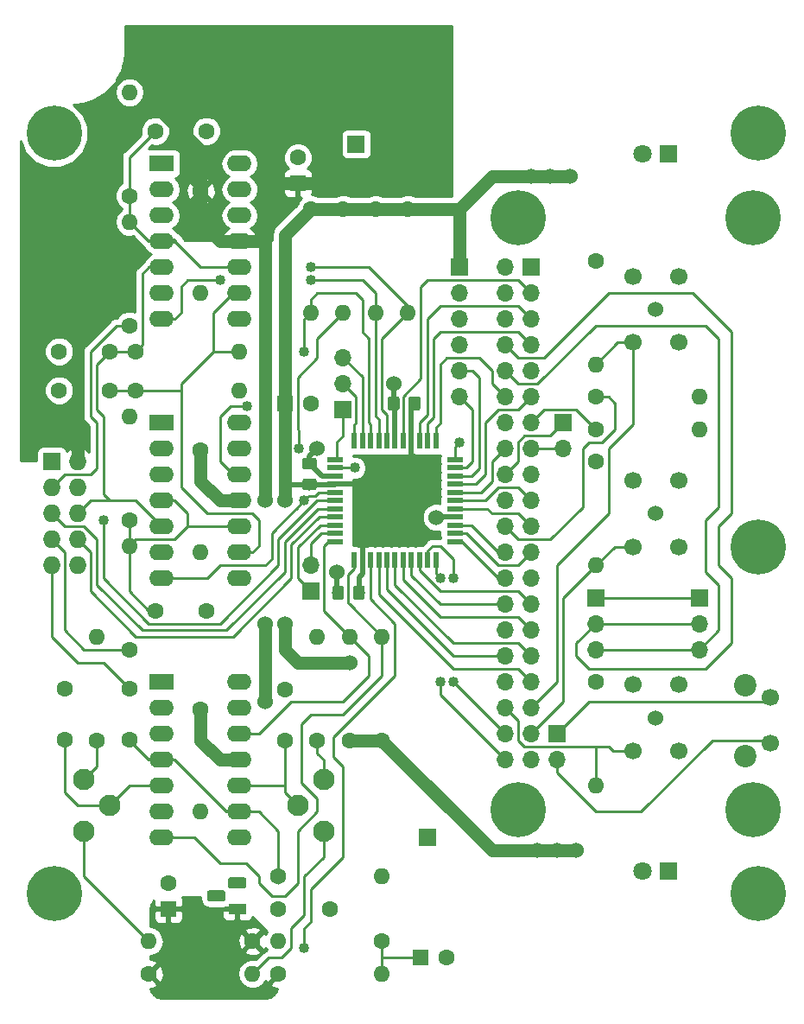
<source format=gtl>
G04 #@! TF.GenerationSoftware,KiCad,Pcbnew,5.0.2-bee76a0~70~ubuntu16.04.1*
G04 #@! TF.CreationDate,2019-04-13T12:29:27+01:00*
G04 #@! TF.ProjectId,rgb-to-hdmi,7267622d-746f-42d6-9864-6d692e6b6963,rev?*
G04 #@! TF.SameCoordinates,PX8712db8PY8b83550*
G04 #@! TF.FileFunction,Copper,L1,Top*
G04 #@! TF.FilePolarity,Positive*
%FSLAX46Y46*%
G04 Gerber Fmt 4.6, Leading zero omitted, Abs format (unit mm)*
G04 Created by KiCad (PCBNEW 5.0.2-bee76a0~70~ubuntu16.04.1) date Sat 13 Apr 2019 12:29:27 BST*
%MOMM*%
%LPD*%
G01*
G04 APERTURE LIST*
G04 #@! TA.AperFunction,ComponentPad*
%ADD10C,1.600000*%
G04 #@! TD*
G04 #@! TA.AperFunction,ComponentPad*
%ADD11O,1.600000X1.600000*%
G04 #@! TD*
G04 #@! TA.AperFunction,ComponentPad*
%ADD12R,1.700000X1.700000*%
G04 #@! TD*
G04 #@! TA.AperFunction,ComponentPad*
%ADD13O,1.700000X1.700000*%
G04 #@! TD*
G04 #@! TA.AperFunction,ComponentPad*
%ADD14C,1.524000*%
G04 #@! TD*
G04 #@! TA.AperFunction,ComponentPad*
%ADD15C,1.700000*%
G04 #@! TD*
G04 #@! TA.AperFunction,ComponentPad*
%ADD16C,2.100000*%
G04 #@! TD*
G04 #@! TA.AperFunction,ComponentPad*
%ADD17C,1.800000*%
G04 #@! TD*
G04 #@! TA.AperFunction,ComponentPad*
%ADD18R,1.800000X1.800000*%
G04 #@! TD*
G04 #@! TA.AperFunction,ComponentPad*
%ADD19C,5.400000*%
G04 #@! TD*
G04 #@! TA.AperFunction,ComponentPad*
%ADD20C,2.200000*%
G04 #@! TD*
G04 #@! TA.AperFunction,ComponentPad*
%ADD21O,1.727200X1.727200*%
G04 #@! TD*
G04 #@! TA.AperFunction,ComponentPad*
%ADD22R,1.727200X1.727200*%
G04 #@! TD*
G04 #@! TA.AperFunction,SMDPad,CuDef*
%ADD23R,0.560000X1.600000*%
G04 #@! TD*
G04 #@! TA.AperFunction,SMDPad,CuDef*
%ADD24R,1.600000X0.560000*%
G04 #@! TD*
G04 #@! TA.AperFunction,Conductor*
%ADD25C,0.100000*%
G04 #@! TD*
G04 #@! TA.AperFunction,SMDPad,CuDef*
%ADD26C,1.150000*%
G04 #@! TD*
G04 #@! TA.AperFunction,ComponentPad*
%ADD27R,1.600000X1.600000*%
G04 #@! TD*
G04 #@! TA.AperFunction,ComponentPad*
%ADD28R,1.800000X1.100000*%
G04 #@! TD*
G04 #@! TA.AperFunction,ComponentPad*
%ADD29C,1.100000*%
G04 #@! TD*
G04 #@! TA.AperFunction,ComponentPad*
%ADD30O,2.400000X1.600000*%
G04 #@! TD*
G04 #@! TA.AperFunction,ComponentPad*
%ADD31R,2.400000X1.600000*%
G04 #@! TD*
G04 #@! TA.AperFunction,ViaPad*
%ADD32C,1.524000*%
G04 #@! TD*
G04 #@! TA.AperFunction,ViaPad*
%ADD33C,1.016000*%
G04 #@! TD*
G04 #@! TA.AperFunction,Conductor*
%ADD34C,0.254000*%
G04 #@! TD*
G04 #@! TA.AperFunction,Conductor*
%ADD35C,0.508000*%
G04 #@! TD*
G04 #@! TA.AperFunction,Conductor*
%ADD36C,1.270000*%
G04 #@! TD*
G04 APERTURE END LIST*
D10*
G04 #@! TO.P,C18,1*
G04 #@! TO.N,VCC*
X26005000Y9765000D03*
G04 #@! TO.P,C18,2*
G04 #@! TO.N,GND*
X31005000Y9765000D03*
G04 #@! TD*
G04 #@! TO.P,R24,1*
G04 #@! TO.N,gpio25*
X57120000Y59930000D03*
D11*
G04 #@! TO.P,R24,2*
G04 #@! TO.N,Net-(D2-Pad2)*
X67280000Y59930000D03*
G04 #@! TD*
D12*
G04 #@! TO.P,J11,1*
G04 #@! TO.N,GND*
X57120000Y40245000D03*
D13*
G04 #@! TO.P,J11,2*
G04 #@! TO.N,/Tx*
X57120000Y37705000D03*
G04 #@! TO.P,J11,3*
G04 #@! TO.N,/Rx*
X57120000Y35165000D03*
G04 #@! TD*
D14*
G04 #@! TO.P,SW3,*
G04 #@! TO.N,*
X63000000Y68500000D03*
D15*
G04 #@! TO.P,SW3,1*
G04 #@! TO.N,GND*
X65250000Y65250000D03*
G04 #@! TO.P,SW3,2*
X65250000Y71750000D03*
G04 #@! TO.P,SW3,3*
G04 #@! TO.N,gpio19*
X60750000Y65250000D03*
G04 #@! TO.P,SW3,4*
X60750000Y71750000D03*
G04 #@! TD*
D14*
G04 #@! TO.P,SW1,*
G04 #@! TO.N,*
X63000000Y28500000D03*
D15*
G04 #@! TO.P,SW1,1*
G04 #@! TO.N,GND*
X65250000Y25250000D03*
G04 #@! TO.P,SW1,2*
X65250000Y31750000D03*
G04 #@! TO.P,SW1,3*
G04 #@! TO.N,gpio16*
X60750000Y25250000D03*
G04 #@! TO.P,SW1,4*
X60750000Y31750000D03*
G04 #@! TD*
D14*
G04 #@! TO.P,SW2,*
G04 #@! TO.N,*
X63000000Y48500000D03*
D15*
G04 #@! TO.P,SW2,1*
G04 #@! TO.N,GND*
X65250000Y45250000D03*
G04 #@! TO.P,SW2,2*
X65250000Y51750000D03*
G04 #@! TO.P,SW2,3*
G04 #@! TO.N,gpio26*
X60750000Y45250000D03*
G04 #@! TO.P,SW2,4*
X60750000Y51750000D03*
G04 #@! TD*
D16*
G04 #@! TO.P,RV2,1*
G04 #@! TO.N,Net-(R18-Pad1)*
X30450000Y22465000D03*
G04 #@! TO.P,RV2,2*
G04 #@! TO.N,Net-(C8-Pad1)*
X27910000Y19925000D03*
G04 #@! TO.P,RV2,3*
G04 #@! TO.N,Net-(R17-Pad2)*
X30450000Y17385000D03*
G04 #@! TD*
G04 #@! TO.P,RV1,1*
G04 #@! TO.N,Net-(R8-Pad2)*
X6955000Y17385000D03*
G04 #@! TO.P,RV1,2*
G04 #@! TO.N,Net-(C7-Pad1)*
X9495000Y19925000D03*
G04 #@! TO.P,RV1,3*
G04 #@! TO.N,Net-(R9-Pad1)*
X6955000Y22465000D03*
G04 #@! TD*
D17*
G04 #@! TO.P,D1,2*
G04 #@! TO.N,Net-(D1-Pad2)*
X61710000Y13500000D03*
D18*
G04 #@! TO.P,D1,1*
G04 #@! TO.N,GND*
X64250000Y13500000D03*
G04 #@! TD*
D19*
G04 #@! TO.P,H9,1*
G04 #@! TO.N,Net-(H9-Pad1)*
X73000000Y45250000D03*
G04 #@! TD*
G04 #@! TO.P,H5,1*
G04 #@! TO.N,Net-(H5-Pad1)*
X73000000Y11250000D03*
G04 #@! TD*
G04 #@! TO.P,H6,1*
G04 #@! TO.N,Net-(H6-Pad1)*
X4000000Y11250000D03*
G04 #@! TD*
G04 #@! TO.P,H7,1*
G04 #@! TO.N,Net-(H7-Pad1)*
X4000000Y85750000D03*
G04 #@! TD*
G04 #@! TO.P,H8,1*
G04 #@! TO.N,Net-(H8-Pad1)*
X73000000Y85750000D03*
G04 #@! TD*
D11*
G04 #@! TO.P,R14,2*
G04 #@! TO.N,BH*
X29180000Y68185000D03*
D10*
G04 #@! TO.P,R14,1*
G04 #@! TO.N,+3V3*
X29180000Y78345000D03*
G04 #@! TD*
D15*
G04 #@! TO.P,SW4,1*
G04 #@! TO.N,Net-(J2-Pad1)*
X74265000Y30466000D03*
G04 #@! TO.P,SW4,2*
G04 #@! TO.N,Net-(J2-Pad2)*
X74265000Y25966000D03*
D20*
G04 #@! TO.P,SW4,*
G04 #@! TO.N,*
X71765000Y31716000D03*
X71765000Y24716000D03*
G04 #@! TD*
D13*
G04 #@! TO.P,J10,2*
G04 #@! TO.N,gpio22*
X53945000Y54850000D03*
D12*
G04 #@! TO.P,J10,1*
G04 #@! TO.N,gpio24*
X53945000Y57390000D03*
G04 #@! TD*
D13*
G04 #@! TO.P,J9,2*
G04 #@! TO.N,Net-(J9-Pad2)*
X29180000Y43420000D03*
D12*
G04 #@! TO.P,J9,1*
G04 #@! TO.N,Net-(J9-Pad1)*
X29180000Y40880000D03*
G04 #@! TD*
G04 #@! TO.P,J7,1*
G04 #@! TO.N,GND*
X40610000Y16750000D03*
G04 #@! TD*
G04 #@! TO.P,J8,1*
G04 #@! TO.N,GND*
X33625000Y84695000D03*
G04 #@! TD*
D13*
G04 #@! TO.P,J6,3*
G04 #@! TO.N,Net-(J6-Pad3)*
X32355000Y63740000D03*
G04 #@! TO.P,J6,2*
G04 #@! TO.N,Net-(J6-Pad2)*
X32355000Y61200000D03*
D12*
G04 #@! TO.P,J6,1*
G04 #@! TO.N,Net-(J6-Pad1)*
X32355000Y58660000D03*
G04 #@! TD*
D13*
G04 #@! TO.P,J4,3*
G04 #@! TO.N,/Rx*
X67280000Y35165000D03*
G04 #@! TO.P,J4,2*
G04 #@! TO.N,/Tx*
X67280000Y37705000D03*
D12*
G04 #@! TO.P,J4,1*
G04 #@! TO.N,GND*
X67280000Y40245000D03*
G04 #@! TD*
D17*
G04 #@! TO.P,D2,2*
G04 #@! TO.N,Net-(D2-Pad2)*
X61710000Y83750000D03*
D18*
G04 #@! TO.P,D2,1*
G04 #@! TO.N,GND*
X64250000Y83750000D03*
G04 #@! TD*
D11*
G04 #@! TO.P,R23,2*
G04 #@! TO.N,Net-(D1-Pad2)*
X67280000Y56755000D03*
D10*
G04 #@! TO.P,R23,1*
G04 #@! TO.N,gpio27*
X57120000Y56755000D03*
G04 #@! TD*
D13*
G04 #@! TO.P,J2,2*
G04 #@! TO.N,Net-(J2-Pad2)*
X53310000Y24370000D03*
D12*
G04 #@! TO.P,J2,1*
G04 #@! TO.N,Net-(J2-Pad1)*
X53310000Y26910000D03*
G04 #@! TD*
D11*
G04 #@! TO.P,R19,2*
G04 #@! TO.N,SYNC*
X36165000Y36435000D03*
D10*
G04 #@! TO.P,R19,1*
G04 #@! TO.N,+3V3*
X36165000Y26275000D03*
G04 #@! TD*
D21*
G04 #@! TO.P,J1,10*
G04 #@! TO.N,GND*
X6320000Y43420000D03*
G04 #@! TO.P,J1,9*
G04 #@! TO.N,Net-(C1-Pad1)*
X3780000Y43420000D03*
G04 #@! TO.P,J1,8*
G04 #@! TO.N,HS_N*
X6320000Y45960000D03*
G04 #@! TO.P,J1,7*
G04 #@! TO.N,/PB*
X3780000Y45960000D03*
G04 #@! TO.P,J1,6*
G04 #@! TO.N,/CB*
X6320000Y48500000D03*
G04 #@! TO.P,J1,5*
G04 #@! TO.N,FS_N*
X3780000Y48500000D03*
G04 #@! TO.P,J1,4*
G04 #@! TO.N,Net-(J1-Pad4)*
X6320000Y51040000D03*
G04 #@! TO.P,J1,3*
G04 #@! TO.N,/PA*
X3780000Y51040000D03*
G04 #@! TO.P,J1,2*
G04 #@! TO.N,VCC*
X6320000Y53580000D03*
D22*
G04 #@! TO.P,J1,1*
G04 #@! TO.N,CSS*
X3780000Y53580000D03*
G04 #@! TD*
D11*
G04 #@! TO.P,R10,2*
G04 #@! TO.N,Net-(C6-Pad1)*
X22195000Y64375000D03*
D10*
G04 #@! TO.P,R10,1*
G04 #@! TO.N,/CB*
X12035000Y64375000D03*
G04 #@! TD*
G04 #@! TO.P,C3,2*
G04 #@! TO.N,GND*
X18940000Y85965000D03*
G04 #@! TO.P,C3,1*
G04 #@! TO.N,Net-(C3-Pad1)*
X13940000Y85965000D03*
G04 #@! TD*
D11*
G04 #@! TO.P,R5,2*
G04 #@! TO.N,GND*
X11400000Y89775000D03*
D10*
G04 #@! TO.P,R5,1*
G04 #@! TO.N,Net-(C3-Pad1)*
X11400000Y79615000D03*
G04 #@! TD*
D23*
G04 #@! TO.P,U5,44*
G04 #@! TO.N,gpio21*
X41435000Y43920000D03*
G04 #@! TO.P,U5,43*
G04 #@! TO.N,gpio20*
X40635000Y43920000D03*
G04 #@! TO.P,U5,42*
G04 #@! TO.N,gpio0*
X39835000Y43920000D03*
G04 #@! TO.P,U5,41*
G04 #@! TO.N,gpio1*
X39035000Y43920000D03*
G04 #@! TO.P,U5,40*
G04 #@! TO.N,gpio5*
X38235000Y43920000D03*
G04 #@! TO.P,U5,39*
G04 #@! TO.N,gpio6*
X37435000Y43920000D03*
G04 #@! TO.P,U5,38*
G04 #@! TO.N,gpio12*
X36635000Y43920000D03*
G04 #@! TO.P,U5,37*
G04 #@! TO.N,gpio13*
X35835000Y43920000D03*
G04 #@! TO.P,U5,36*
G04 #@! TO.N,CLAMP*
X35035000Y43920000D03*
G04 #@! TO.P,U5,35*
G04 #@! TO.N,+3V3*
X34235000Y43920000D03*
G04 #@! TO.P,U5,34*
G04 #@! TO.N,SYNC*
X33435000Y43920000D03*
D24*
G04 #@! TO.P,U5,33*
G04 #@! TO.N,Y*
X31585000Y45770000D03*
G04 #@! TO.P,U5,32*
G04 #@! TO.N,Net-(J9-Pad2)*
X31585000Y46570000D03*
G04 #@! TO.P,U5,31*
G04 #@! TO.N,Net-(J9-Pad1)*
X31585000Y47370000D03*
G04 #@! TO.P,U5,30*
G04 #@! TO.N,HS_N*
X31585000Y48170000D03*
G04 #@! TO.P,U5,29*
G04 #@! TO.N,FS_N*
X31585000Y48970000D03*
G04 #@! TO.P,U5,28*
G04 #@! TO.N,CSS*
X31585000Y49770000D03*
G04 #@! TO.P,U5,27*
G04 #@! TO.N,BL*
X31585000Y50570000D03*
G04 #@! TO.P,U5,26*
G04 #@! TO.N,+3V3*
X31585000Y51370000D03*
G04 #@! TO.P,U5,25*
G04 #@! TO.N,GND*
X31585000Y52170000D03*
G04 #@! TO.P,U5,24*
G04 #@! TO.N,/TDO*
X31585000Y52970000D03*
G04 #@! TO.P,U5,23*
G04 #@! TO.N,Net-(J6-Pad1)*
X31585000Y53770000D03*
D23*
G04 #@! TO.P,U5,22*
G04 #@! TO.N,Net-(J6-Pad2)*
X33435000Y55620000D03*
G04 #@! TO.P,U5,21*
G04 #@! TO.N,Net-(J6-Pad3)*
X34235000Y55620000D03*
G04 #@! TO.P,U5,20*
G04 #@! TO.N,BH*
X35035000Y55620000D03*
G04 #@! TO.P,U5,19*
G04 #@! TO.N,AL*
X35835000Y55620000D03*
G04 #@! TO.P,U5,18*
G04 #@! TO.N,AH*
X36635000Y55620000D03*
G04 #@! TO.P,U5,17*
G04 #@! TO.N,GND*
X37435000Y55620000D03*
G04 #@! TO.P,U5,16*
G04 #@! TO.N,gpio2*
X38235000Y55620000D03*
G04 #@! TO.P,U5,15*
G04 #@! TO.N,+3V3*
X39035000Y55620000D03*
G04 #@! TO.P,U5,14*
G04 #@! TO.N,gpio3*
X39835000Y55620000D03*
G04 #@! TO.P,U5,13*
G04 #@! TO.N,gpio4*
X40635000Y55620000D03*
G04 #@! TO.P,U5,12*
G04 #@! TO.N,gpio18*
X41435000Y55620000D03*
D24*
G04 #@! TO.P,U5,11*
G04 #@! TO.N,/TCK*
X43285000Y53770000D03*
G04 #@! TO.P,U5,10*
G04 #@! TO.N,/TMS*
X43285000Y52970000D03*
G04 #@! TO.P,U5,9*
G04 #@! TO.N,/TDI*
X43285000Y52170000D03*
G04 #@! TO.P,U5,8*
G04 #@! TO.N,gpio17*
X43285000Y51370000D03*
G04 #@! TO.P,U5,7*
G04 #@! TO.N,gpio23*
X43285000Y50570000D03*
G04 #@! TO.P,U5,6*
G04 #@! TO.N,gpio10*
X43285000Y49770000D03*
G04 #@! TO.P,U5,5*
G04 #@! TO.N,gpio9*
X43285000Y48970000D03*
G04 #@! TO.P,U5,4*
G04 #@! TO.N,GND*
X43285000Y48170000D03*
G04 #@! TO.P,U5,3*
G04 #@! TO.N,gpio8*
X43285000Y47370000D03*
G04 #@! TO.P,U5,2*
G04 #@! TO.N,gpio11*
X43285000Y46570000D03*
G04 #@! TO.P,U5,1*
G04 #@! TO.N,gpio7*
X43285000Y45770000D03*
G04 #@! TD*
D25*
G04 #@! TO.N,GND*
G04 #@! TO.C,C15*
G36*
X29527505Y53981296D02*
X29551773Y53977696D01*
X29575572Y53971735D01*
X29598671Y53963470D01*
X29620850Y53952980D01*
X29641893Y53940368D01*
X29661599Y53925753D01*
X29679777Y53909277D01*
X29696253Y53891099D01*
X29710868Y53871393D01*
X29723480Y53850350D01*
X29733970Y53828171D01*
X29742235Y53805072D01*
X29748196Y53781273D01*
X29751796Y53757005D01*
X29753000Y53732501D01*
X29753000Y53082499D01*
X29751796Y53057995D01*
X29748196Y53033727D01*
X29742235Y53009928D01*
X29733970Y52986829D01*
X29723480Y52964650D01*
X29710868Y52943607D01*
X29696253Y52923901D01*
X29679777Y52905723D01*
X29661599Y52889247D01*
X29641893Y52874632D01*
X29620850Y52862020D01*
X29598671Y52851530D01*
X29575572Y52843265D01*
X29551773Y52837304D01*
X29527505Y52833704D01*
X29503001Y52832500D01*
X28602999Y52832500D01*
X28578495Y52833704D01*
X28554227Y52837304D01*
X28530428Y52843265D01*
X28507329Y52851530D01*
X28485150Y52862020D01*
X28464107Y52874632D01*
X28444401Y52889247D01*
X28426223Y52905723D01*
X28409747Y52923901D01*
X28395132Y52943607D01*
X28382520Y52964650D01*
X28372030Y52986829D01*
X28363765Y53009928D01*
X28357804Y53033727D01*
X28354204Y53057995D01*
X28353000Y53082499D01*
X28353000Y53732501D01*
X28354204Y53757005D01*
X28357804Y53781273D01*
X28363765Y53805072D01*
X28372030Y53828171D01*
X28382520Y53850350D01*
X28395132Y53871393D01*
X28409747Y53891099D01*
X28426223Y53909277D01*
X28444401Y53925753D01*
X28464107Y53940368D01*
X28485150Y53952980D01*
X28507329Y53963470D01*
X28530428Y53971735D01*
X28554227Y53977696D01*
X28578495Y53981296D01*
X28602999Y53982500D01*
X29503001Y53982500D01*
X29527505Y53981296D01*
X29527505Y53981296D01*
G37*
D26*
G04 #@! TD*
G04 #@! TO.P,C15,2*
G04 #@! TO.N,GND*
X29053000Y53407500D03*
D25*
G04 #@! TO.N,+3V3*
G04 #@! TO.C,C15*
G36*
X29527505Y51931296D02*
X29551773Y51927696D01*
X29575572Y51921735D01*
X29598671Y51913470D01*
X29620850Y51902980D01*
X29641893Y51890368D01*
X29661599Y51875753D01*
X29679777Y51859277D01*
X29696253Y51841099D01*
X29710868Y51821393D01*
X29723480Y51800350D01*
X29733970Y51778171D01*
X29742235Y51755072D01*
X29748196Y51731273D01*
X29751796Y51707005D01*
X29753000Y51682501D01*
X29753000Y51032499D01*
X29751796Y51007995D01*
X29748196Y50983727D01*
X29742235Y50959928D01*
X29733970Y50936829D01*
X29723480Y50914650D01*
X29710868Y50893607D01*
X29696253Y50873901D01*
X29679777Y50855723D01*
X29661599Y50839247D01*
X29641893Y50824632D01*
X29620850Y50812020D01*
X29598671Y50801530D01*
X29575572Y50793265D01*
X29551773Y50787304D01*
X29527505Y50783704D01*
X29503001Y50782500D01*
X28602999Y50782500D01*
X28578495Y50783704D01*
X28554227Y50787304D01*
X28530428Y50793265D01*
X28507329Y50801530D01*
X28485150Y50812020D01*
X28464107Y50824632D01*
X28444401Y50839247D01*
X28426223Y50855723D01*
X28409747Y50873901D01*
X28395132Y50893607D01*
X28382520Y50914650D01*
X28372030Y50936829D01*
X28363765Y50959928D01*
X28357804Y50983727D01*
X28354204Y51007995D01*
X28353000Y51032499D01*
X28353000Y51682501D01*
X28354204Y51707005D01*
X28357804Y51731273D01*
X28363765Y51755072D01*
X28372030Y51778171D01*
X28382520Y51800350D01*
X28395132Y51821393D01*
X28409747Y51841099D01*
X28426223Y51859277D01*
X28444401Y51875753D01*
X28464107Y51890368D01*
X28485150Y51902980D01*
X28507329Y51913470D01*
X28530428Y51921735D01*
X28554227Y51927696D01*
X28578495Y51931296D01*
X28602999Y51932500D01*
X29503001Y51932500D01*
X29527505Y51931296D01*
X29527505Y51931296D01*
G37*
D26*
G04 #@! TD*
G04 #@! TO.P,C15,1*
G04 #@! TO.N,+3V3*
X29053000Y51357500D03*
D25*
G04 #@! TO.N,GND*
G04 #@! TO.C,C14*
G36*
X32196505Y41451796D02*
X32220773Y41448196D01*
X32244572Y41442235D01*
X32267671Y41433970D01*
X32289850Y41423480D01*
X32310893Y41410868D01*
X32330599Y41396253D01*
X32348777Y41379777D01*
X32365253Y41361599D01*
X32379868Y41341893D01*
X32392480Y41320850D01*
X32402970Y41298671D01*
X32411235Y41275572D01*
X32417196Y41251773D01*
X32420796Y41227505D01*
X32422000Y41203001D01*
X32422000Y40302999D01*
X32420796Y40278495D01*
X32417196Y40254227D01*
X32411235Y40230428D01*
X32402970Y40207329D01*
X32392480Y40185150D01*
X32379868Y40164107D01*
X32365253Y40144401D01*
X32348777Y40126223D01*
X32330599Y40109747D01*
X32310893Y40095132D01*
X32289850Y40082520D01*
X32267671Y40072030D01*
X32244572Y40063765D01*
X32220773Y40057804D01*
X32196505Y40054204D01*
X32172001Y40053000D01*
X31521999Y40053000D01*
X31497495Y40054204D01*
X31473227Y40057804D01*
X31449428Y40063765D01*
X31426329Y40072030D01*
X31404150Y40082520D01*
X31383107Y40095132D01*
X31363401Y40109747D01*
X31345223Y40126223D01*
X31328747Y40144401D01*
X31314132Y40164107D01*
X31301520Y40185150D01*
X31291030Y40207329D01*
X31282765Y40230428D01*
X31276804Y40254227D01*
X31273204Y40278495D01*
X31272000Y40302999D01*
X31272000Y41203001D01*
X31273204Y41227505D01*
X31276804Y41251773D01*
X31282765Y41275572D01*
X31291030Y41298671D01*
X31301520Y41320850D01*
X31314132Y41341893D01*
X31328747Y41361599D01*
X31345223Y41379777D01*
X31363401Y41396253D01*
X31383107Y41410868D01*
X31404150Y41423480D01*
X31426329Y41433970D01*
X31449428Y41442235D01*
X31473227Y41448196D01*
X31497495Y41451796D01*
X31521999Y41453000D01*
X32172001Y41453000D01*
X32196505Y41451796D01*
X32196505Y41451796D01*
G37*
D26*
G04 #@! TD*
G04 #@! TO.P,C14,2*
G04 #@! TO.N,GND*
X31847000Y40753000D03*
D25*
G04 #@! TO.N,+3V3*
G04 #@! TO.C,C14*
G36*
X34246505Y41451796D02*
X34270773Y41448196D01*
X34294572Y41442235D01*
X34317671Y41433970D01*
X34339850Y41423480D01*
X34360893Y41410868D01*
X34380599Y41396253D01*
X34398777Y41379777D01*
X34415253Y41361599D01*
X34429868Y41341893D01*
X34442480Y41320850D01*
X34452970Y41298671D01*
X34461235Y41275572D01*
X34467196Y41251773D01*
X34470796Y41227505D01*
X34472000Y41203001D01*
X34472000Y40302999D01*
X34470796Y40278495D01*
X34467196Y40254227D01*
X34461235Y40230428D01*
X34452970Y40207329D01*
X34442480Y40185150D01*
X34429868Y40164107D01*
X34415253Y40144401D01*
X34398777Y40126223D01*
X34380599Y40109747D01*
X34360893Y40095132D01*
X34339850Y40082520D01*
X34317671Y40072030D01*
X34294572Y40063765D01*
X34270773Y40057804D01*
X34246505Y40054204D01*
X34222001Y40053000D01*
X33571999Y40053000D01*
X33547495Y40054204D01*
X33523227Y40057804D01*
X33499428Y40063765D01*
X33476329Y40072030D01*
X33454150Y40082520D01*
X33433107Y40095132D01*
X33413401Y40109747D01*
X33395223Y40126223D01*
X33378747Y40144401D01*
X33364132Y40164107D01*
X33351520Y40185150D01*
X33341030Y40207329D01*
X33332765Y40230428D01*
X33326804Y40254227D01*
X33323204Y40278495D01*
X33322000Y40302999D01*
X33322000Y41203001D01*
X33323204Y41227505D01*
X33326804Y41251773D01*
X33332765Y41275572D01*
X33341030Y41298671D01*
X33351520Y41320850D01*
X33364132Y41341893D01*
X33378747Y41361599D01*
X33395223Y41379777D01*
X33413401Y41396253D01*
X33433107Y41410868D01*
X33454150Y41423480D01*
X33476329Y41433970D01*
X33499428Y41442235D01*
X33523227Y41448196D01*
X33547495Y41451796D01*
X33571999Y41453000D01*
X34222001Y41453000D01*
X34246505Y41451796D01*
X34246505Y41451796D01*
G37*
D26*
G04 #@! TD*
G04 #@! TO.P,C14,1*
G04 #@! TO.N,+3V3*
X33897000Y40753000D03*
D25*
G04 #@! TO.N,GND*
G04 #@! TO.C,C9*
G36*
X37639505Y59993796D02*
X37663773Y59990196D01*
X37687572Y59984235D01*
X37710671Y59975970D01*
X37732850Y59965480D01*
X37753893Y59952868D01*
X37773599Y59938253D01*
X37791777Y59921777D01*
X37808253Y59903599D01*
X37822868Y59883893D01*
X37835480Y59862850D01*
X37845970Y59840671D01*
X37854235Y59817572D01*
X37860196Y59793773D01*
X37863796Y59769505D01*
X37865000Y59745001D01*
X37865000Y58844999D01*
X37863796Y58820495D01*
X37860196Y58796227D01*
X37854235Y58772428D01*
X37845970Y58749329D01*
X37835480Y58727150D01*
X37822868Y58706107D01*
X37808253Y58686401D01*
X37791777Y58668223D01*
X37773599Y58651747D01*
X37753893Y58637132D01*
X37732850Y58624520D01*
X37710671Y58614030D01*
X37687572Y58605765D01*
X37663773Y58599804D01*
X37639505Y58596204D01*
X37615001Y58595000D01*
X36964999Y58595000D01*
X36940495Y58596204D01*
X36916227Y58599804D01*
X36892428Y58605765D01*
X36869329Y58614030D01*
X36847150Y58624520D01*
X36826107Y58637132D01*
X36806401Y58651747D01*
X36788223Y58668223D01*
X36771747Y58686401D01*
X36757132Y58706107D01*
X36744520Y58727150D01*
X36734030Y58749329D01*
X36725765Y58772428D01*
X36719804Y58796227D01*
X36716204Y58820495D01*
X36715000Y58844999D01*
X36715000Y59745001D01*
X36716204Y59769505D01*
X36719804Y59793773D01*
X36725765Y59817572D01*
X36734030Y59840671D01*
X36744520Y59862850D01*
X36757132Y59883893D01*
X36771747Y59903599D01*
X36788223Y59921777D01*
X36806401Y59938253D01*
X36826107Y59952868D01*
X36847150Y59965480D01*
X36869329Y59975970D01*
X36892428Y59984235D01*
X36916227Y59990196D01*
X36940495Y59993796D01*
X36964999Y59995000D01*
X37615001Y59995000D01*
X37639505Y59993796D01*
X37639505Y59993796D01*
G37*
D26*
G04 #@! TD*
G04 #@! TO.P,C9,2*
G04 #@! TO.N,GND*
X37290000Y59295000D03*
D25*
G04 #@! TO.N,+3V3*
G04 #@! TO.C,C9*
G36*
X39689505Y59993796D02*
X39713773Y59990196D01*
X39737572Y59984235D01*
X39760671Y59975970D01*
X39782850Y59965480D01*
X39803893Y59952868D01*
X39823599Y59938253D01*
X39841777Y59921777D01*
X39858253Y59903599D01*
X39872868Y59883893D01*
X39885480Y59862850D01*
X39895970Y59840671D01*
X39904235Y59817572D01*
X39910196Y59793773D01*
X39913796Y59769505D01*
X39915000Y59745001D01*
X39915000Y58844999D01*
X39913796Y58820495D01*
X39910196Y58796227D01*
X39904235Y58772428D01*
X39895970Y58749329D01*
X39885480Y58727150D01*
X39872868Y58706107D01*
X39858253Y58686401D01*
X39841777Y58668223D01*
X39823599Y58651747D01*
X39803893Y58637132D01*
X39782850Y58624520D01*
X39760671Y58614030D01*
X39737572Y58605765D01*
X39713773Y58599804D01*
X39689505Y58596204D01*
X39665001Y58595000D01*
X39014999Y58595000D01*
X38990495Y58596204D01*
X38966227Y58599804D01*
X38942428Y58605765D01*
X38919329Y58614030D01*
X38897150Y58624520D01*
X38876107Y58637132D01*
X38856401Y58651747D01*
X38838223Y58668223D01*
X38821747Y58686401D01*
X38807132Y58706107D01*
X38794520Y58727150D01*
X38784030Y58749329D01*
X38775765Y58772428D01*
X38769804Y58796227D01*
X38766204Y58820495D01*
X38765000Y58844999D01*
X38765000Y59745001D01*
X38766204Y59769505D01*
X38769804Y59793773D01*
X38775765Y59817572D01*
X38784030Y59840671D01*
X38794520Y59862850D01*
X38807132Y59883893D01*
X38821747Y59903599D01*
X38838223Y59921777D01*
X38856401Y59938253D01*
X38876107Y59952868D01*
X38897150Y59965480D01*
X38919329Y59975970D01*
X38942428Y59984235D01*
X38966227Y59990196D01*
X38990495Y59993796D01*
X39014999Y59995000D01*
X39665001Y59995000D01*
X39689505Y59993796D01*
X39689505Y59993796D01*
G37*
D26*
G04 #@! TD*
G04 #@! TO.P,C9,1*
G04 #@! TO.N,+3V3*
X39340000Y59295000D03*
D11*
G04 #@! TO.P,C12,2*
G04 #@! TO.N,GND*
X18385000Y19290000D03*
D10*
G04 #@! TO.P,C12,1*
G04 #@! TO.N,VCC*
X18385000Y29290000D03*
G04 #@! TD*
D11*
G04 #@! TO.P,C11,2*
G04 #@! TO.N,GND*
X18385000Y44690000D03*
D10*
G04 #@! TO.P,C11,1*
G04 #@! TO.N,VCC*
X18385000Y54690000D03*
G04 #@! TD*
D11*
G04 #@! TO.P,C10,2*
G04 #@! TO.N,GND*
X18385000Y70090000D03*
D10*
G04 #@! TO.P,C10,1*
G04 #@! TO.N,VCC*
X18385000Y80090000D03*
G04 #@! TD*
G04 #@! TO.P,C17,2*
G04 #@! TO.N,GND*
X15210000Y12265000D03*
D27*
G04 #@! TO.P,C17,1*
G04 #@! TO.N,+3.3VA*
X15210000Y9765000D03*
G04 #@! TD*
D28*
G04 #@! TO.P,U6,1*
G04 #@! TO.N,+3.3VA*
X21960000Y9765000D03*
D25*
G04 #@! TD*
G04 #@! TO.N,VCC*
G04 #@! TO.C,U6*
G36*
X22611955Y12853676D02*
X22638650Y12849716D01*
X22664828Y12843159D01*
X22690238Y12834067D01*
X22714634Y12822528D01*
X22737782Y12808654D01*
X22759458Y12792578D01*
X22779454Y12774454D01*
X22797578Y12754458D01*
X22813654Y12732782D01*
X22827528Y12709634D01*
X22839067Y12685238D01*
X22848159Y12659828D01*
X22854716Y12633650D01*
X22858676Y12606955D01*
X22860000Y12580000D01*
X22860000Y12030000D01*
X22858676Y12003045D01*
X22854716Y11976350D01*
X22848159Y11950172D01*
X22839067Y11924762D01*
X22827528Y11900366D01*
X22813654Y11877218D01*
X22797578Y11855542D01*
X22779454Y11835546D01*
X22759458Y11817422D01*
X22737782Y11801346D01*
X22714634Y11787472D01*
X22690238Y11775933D01*
X22664828Y11766841D01*
X22638650Y11760284D01*
X22611955Y11756324D01*
X22585000Y11755000D01*
X21335000Y11755000D01*
X21308045Y11756324D01*
X21281350Y11760284D01*
X21255172Y11766841D01*
X21229762Y11775933D01*
X21205366Y11787472D01*
X21182218Y11801346D01*
X21160542Y11817422D01*
X21140546Y11835546D01*
X21122422Y11855542D01*
X21106346Y11877218D01*
X21092472Y11900366D01*
X21080933Y11924762D01*
X21071841Y11950172D01*
X21065284Y11976350D01*
X21061324Y12003045D01*
X21060000Y12030000D01*
X21060000Y12580000D01*
X21061324Y12606955D01*
X21065284Y12633650D01*
X21071841Y12659828D01*
X21080933Y12685238D01*
X21092472Y12709634D01*
X21106346Y12732782D01*
X21122422Y12754458D01*
X21140546Y12774454D01*
X21160542Y12792578D01*
X21182218Y12808654D01*
X21205366Y12822528D01*
X21229762Y12834067D01*
X21255172Y12843159D01*
X21281350Y12849716D01*
X21308045Y12853676D01*
X21335000Y12855000D01*
X22585000Y12855000D01*
X22611955Y12853676D01*
X22611955Y12853676D01*
G37*
D29*
G04 #@! TO.P,U6,3*
G04 #@! TO.N,VCC*
X21960000Y12305000D03*
D25*
G04 #@! TD*
G04 #@! TO.N,GND*
G04 #@! TO.C,U6*
G36*
X20541955Y11583676D02*
X20568650Y11579716D01*
X20594828Y11573159D01*
X20620238Y11564067D01*
X20644634Y11552528D01*
X20667782Y11538654D01*
X20689458Y11522578D01*
X20709454Y11504454D01*
X20727578Y11484458D01*
X20743654Y11462782D01*
X20757528Y11439634D01*
X20769067Y11415238D01*
X20778159Y11389828D01*
X20784716Y11363650D01*
X20788676Y11336955D01*
X20790000Y11310000D01*
X20790000Y10760000D01*
X20788676Y10733045D01*
X20784716Y10706350D01*
X20778159Y10680172D01*
X20769067Y10654762D01*
X20757528Y10630366D01*
X20743654Y10607218D01*
X20727578Y10585542D01*
X20709454Y10565546D01*
X20689458Y10547422D01*
X20667782Y10531346D01*
X20644634Y10517472D01*
X20620238Y10505933D01*
X20594828Y10496841D01*
X20568650Y10490284D01*
X20541955Y10486324D01*
X20515000Y10485000D01*
X19265000Y10485000D01*
X19238045Y10486324D01*
X19211350Y10490284D01*
X19185172Y10496841D01*
X19159762Y10505933D01*
X19135366Y10517472D01*
X19112218Y10531346D01*
X19090542Y10547422D01*
X19070546Y10565546D01*
X19052422Y10585542D01*
X19036346Y10607218D01*
X19022472Y10630366D01*
X19010933Y10654762D01*
X19001841Y10680172D01*
X18995284Y10706350D01*
X18991324Y10733045D01*
X18990000Y10760000D01*
X18990000Y11310000D01*
X18991324Y11336955D01*
X18995284Y11363650D01*
X19001841Y11389828D01*
X19010933Y11415238D01*
X19022472Y11439634D01*
X19036346Y11462782D01*
X19052422Y11484458D01*
X19070546Y11504454D01*
X19090542Y11522578D01*
X19112218Y11538654D01*
X19135366Y11552528D01*
X19159762Y11564067D01*
X19185172Y11573159D01*
X19211350Y11579716D01*
X19238045Y11583676D01*
X19265000Y11585000D01*
X20515000Y11585000D01*
X20541955Y11583676D01*
X20541955Y11583676D01*
G37*
D29*
G04 #@! TO.P,U6,2*
G04 #@! TO.N,GND*
X19890000Y11035000D03*
G04 #@! TD*
D19*
G04 #@! TO.P,H1,1*
G04 #@! TO.N,Net-(H1-Pad1)*
X72500000Y77500000D03*
G04 #@! TD*
G04 #@! TO.P,H2,1*
G04 #@! TO.N,Net-(H2-Pad1)*
X72500000Y19500000D03*
G04 #@! TD*
G04 #@! TO.P,H3,1*
G04 #@! TO.N,Net-(H3-Pad1)*
X49500000Y77500000D03*
G04 #@! TD*
G04 #@! TO.P,H4,1*
G04 #@! TO.N,Net-(H4-Pad1)*
X49500000Y19500000D03*
G04 #@! TD*
D10*
G04 #@! TO.P,C16,2*
G04 #@! TO.N,GND*
X29180000Y59295000D03*
D27*
G04 #@! TO.P,C16,1*
G04 #@! TO.N,+3V3*
X26680000Y59295000D03*
G04 #@! TD*
D10*
G04 #@! TO.P,C13,2*
G04 #@! TO.N,GND*
X27910000Y83385000D03*
D27*
G04 #@! TO.P,C13,1*
G04 #@! TO.N,VCC*
X27910000Y80885000D03*
G04 #@! TD*
D10*
G04 #@! TO.P,C4,2*
G04 #@! TO.N,GND*
X42475000Y5002500D03*
D27*
G04 #@! TO.P,C4,1*
G04 #@! TO.N,Net-(C4-Pad1)*
X39975000Y5002500D03*
G04 #@! TD*
D10*
G04 #@! TO.P,C1,2*
G04 #@! TO.N,Net-(C1-Pad2)*
X11400000Y26355000D03*
G04 #@! TO.P,C1,1*
G04 #@! TO.N,Net-(C1-Pad1)*
X11400000Y31355000D03*
G04 #@! TD*
G04 #@! TO.P,C2,2*
G04 #@! TO.N,GND*
X18940000Y38975000D03*
G04 #@! TO.P,C2,1*
G04 #@! TO.N,Net-(C2-Pad1)*
X13940000Y38975000D03*
G04 #@! TD*
G04 #@! TO.P,C5,2*
G04 #@! TO.N,GND*
X4495000Y64375000D03*
G04 #@! TO.P,C5,1*
G04 #@! TO.N,/CB*
X9495000Y64375000D03*
G04 #@! TD*
G04 #@! TO.P,C6,2*
G04 #@! TO.N,GND*
X4495000Y60565000D03*
G04 #@! TO.P,C6,1*
G04 #@! TO.N,Net-(C6-Pad1)*
X9495000Y60565000D03*
G04 #@! TD*
G04 #@! TO.P,C7,2*
G04 #@! TO.N,GND*
X5050000Y31355000D03*
G04 #@! TO.P,C7,1*
G04 #@! TO.N,Net-(C7-Pad1)*
X5050000Y26355000D03*
G04 #@! TD*
G04 #@! TO.P,C8,2*
G04 #@! TO.N,GND*
X26640000Y31275000D03*
G04 #@! TO.P,C8,1*
G04 #@! TO.N,Net-(C8-Pad1)*
X26640000Y26275000D03*
G04 #@! TD*
D13*
G04 #@! TO.P,J3,6*
G04 #@! TO.N,/TMS*
X43785000Y59930000D03*
G04 #@! TO.P,J3,5*
G04 #@! TO.N,/TDI*
X43785000Y62470000D03*
G04 #@! TO.P,J3,4*
G04 #@! TO.N,/TDO*
X43785000Y65010000D03*
G04 #@! TO.P,J3,3*
G04 #@! TO.N,/TCK*
X43785000Y67550000D03*
G04 #@! TO.P,J3,2*
G04 #@! TO.N,GND*
X43785000Y70090000D03*
D12*
G04 #@! TO.P,J3,1*
G04 #@! TO.N,+3V3*
X43785000Y72630000D03*
G04 #@! TD*
D13*
G04 #@! TO.P,J5,40*
G04 #@! TO.N,gpio21*
X48230000Y24370000D03*
G04 #@! TO.P,J5,39*
G04 #@! TO.N,GND*
X50770000Y24370000D03*
G04 #@! TO.P,J5,38*
G04 #@! TO.N,gpio20*
X48230000Y26910000D03*
G04 #@! TO.P,J5,37*
G04 #@! TO.N,gpio26*
X50770000Y26910000D03*
G04 #@! TO.P,J5,36*
G04 #@! TO.N,gpio16*
X48230000Y29450000D03*
G04 #@! TO.P,J5,35*
G04 #@! TO.N,gpio19*
X50770000Y29450000D03*
G04 #@! TO.P,J5,34*
G04 #@! TO.N,GND*
X48230000Y31990000D03*
G04 #@! TO.P,J5,33*
G04 #@! TO.N,gpio13*
X50770000Y31990000D03*
G04 #@! TO.P,J5,32*
G04 #@! TO.N,gpio12*
X48230000Y34530000D03*
G04 #@! TO.P,J5,31*
G04 #@! TO.N,gpio6*
X50770000Y34530000D03*
G04 #@! TO.P,J5,30*
G04 #@! TO.N,GND*
X48230000Y37070000D03*
G04 #@! TO.P,J5,29*
G04 #@! TO.N,gpio5*
X50770000Y37070000D03*
G04 #@! TO.P,J5,28*
G04 #@! TO.N,gpio1*
X48230000Y39610000D03*
G04 #@! TO.P,J5,27*
G04 #@! TO.N,gpio0*
X50770000Y39610000D03*
G04 #@! TO.P,J5,26*
G04 #@! TO.N,gpio7*
X48230000Y42150000D03*
G04 #@! TO.P,J5,25*
G04 #@! TO.N,GND*
X50770000Y42150000D03*
G04 #@! TO.P,J5,24*
G04 #@! TO.N,gpio8*
X48230000Y44690000D03*
G04 #@! TO.P,J5,23*
G04 #@! TO.N,gpio11*
X50770000Y44690000D03*
G04 #@! TO.P,J5,22*
G04 #@! TO.N,gpio25*
X48230000Y47230000D03*
G04 #@! TO.P,J5,21*
G04 #@! TO.N,gpio9*
X50770000Y47230000D03*
G04 #@! TO.P,J5,20*
G04 #@! TO.N,GND*
X48230000Y49770000D03*
G04 #@! TO.P,J5,19*
G04 #@! TO.N,gpio10*
X50770000Y49770000D03*
G04 #@! TO.P,J5,18*
G04 #@! TO.N,gpio24*
X48230000Y52310000D03*
G04 #@! TO.P,J5,17*
G04 #@! TO.N,+3V3*
X50770000Y52310000D03*
G04 #@! TO.P,J5,16*
G04 #@! TO.N,gpio23*
X48230000Y54850000D03*
G04 #@! TO.P,J5,15*
G04 #@! TO.N,gpio22*
X50770000Y54850000D03*
G04 #@! TO.P,J5,14*
G04 #@! TO.N,GND*
X48230000Y57390000D03*
G04 #@! TO.P,J5,13*
G04 #@! TO.N,gpio27*
X50770000Y57390000D03*
G04 #@! TO.P,J5,12*
G04 #@! TO.N,gpio18*
X48230000Y59930000D03*
G04 #@! TO.P,J5,11*
G04 #@! TO.N,gpio17*
X50770000Y59930000D03*
G04 #@! TO.P,J5,10*
G04 #@! TO.N,/Rx*
X48230000Y62470000D03*
G04 #@! TO.P,J5,9*
G04 #@! TO.N,GND*
X50770000Y62470000D03*
G04 #@! TO.P,J5,8*
G04 #@! TO.N,/Tx*
X48230000Y65010000D03*
G04 #@! TO.P,J5,7*
G04 #@! TO.N,gpio4*
X50770000Y65010000D03*
G04 #@! TO.P,J5,6*
G04 #@! TO.N,GND*
X48230000Y67550000D03*
G04 #@! TO.P,J5,5*
G04 #@! TO.N,gpio3*
X50770000Y67550000D03*
G04 #@! TO.P,J5,4*
G04 #@! TO.N,VCC*
X48230000Y70090000D03*
G04 #@! TO.P,J5,3*
G04 #@! TO.N,gpio2*
X50770000Y70090000D03*
G04 #@! TO.P,J5,2*
G04 #@! TO.N,VCC*
X48230000Y72630000D03*
D12*
G04 #@! TO.P,J5,1*
G04 #@! TO.N,+3V3*
X50770000Y72630000D03*
G04 #@! TD*
D30*
G04 #@! TO.P,U4,14*
G04 #@! TO.N,Net-(U4-Pad14)*
X22195000Y31990000D03*
G04 #@! TO.P,U4,7*
G04 #@! TO.N,SYNC*
X14575000Y16750000D03*
G04 #@! TO.P,U4,13*
G04 #@! TO.N,Net-(U4-Pad13)*
X22195000Y29450000D03*
G04 #@! TO.P,U4,6*
G04 #@! TO.N,GND*
X14575000Y19290000D03*
G04 #@! TO.P,U4,12*
G04 #@! TO.N,Y*
X22195000Y26910000D03*
G04 #@! TO.P,U4,5*
G04 #@! TO.N,Net-(C7-Pad1)*
X14575000Y21830000D03*
G04 #@! TO.P,U4,11*
G04 #@! TO.N,VCC*
X22195000Y24370000D03*
G04 #@! TO.P,U4,4*
G04 #@! TO.N,Net-(C1-Pad2)*
X14575000Y24370000D03*
G04 #@! TO.P,U4,10*
G04 #@! TO.N,Net-(C8-Pad1)*
X22195000Y21830000D03*
G04 #@! TO.P,U4,3*
G04 #@! TO.N,GND*
X14575000Y26910000D03*
G04 #@! TO.P,U4,9*
G04 #@! TO.N,Net-(C1-Pad2)*
X22195000Y19290000D03*
G04 #@! TO.P,U4,2*
G04 #@! TO.N,Net-(U4-Pad2)*
X14575000Y29450000D03*
G04 #@! TO.P,U4,8*
G04 #@! TO.N,GND*
X22195000Y16750000D03*
D31*
G04 #@! TO.P,U4,1*
G04 #@! TO.N,Net-(U4-Pad1)*
X14575000Y31990000D03*
G04 #@! TD*
D30*
G04 #@! TO.P,U2,14*
G04 #@! TO.N,Net-(U2-Pad14)*
X22195000Y82790000D03*
G04 #@! TO.P,U2,7*
G04 #@! TO.N,AL*
X14575000Y67550000D03*
G04 #@! TO.P,U2,13*
G04 #@! TO.N,Net-(U2-Pad13)*
X22195000Y80250000D03*
G04 #@! TO.P,U2,6*
G04 #@! TO.N,GND*
X14575000Y70090000D03*
G04 #@! TO.P,U2,12*
G04 #@! TO.N,AH*
X22195000Y77710000D03*
G04 #@! TO.P,U2,5*
G04 #@! TO.N,/CB*
X14575000Y72630000D03*
G04 #@! TO.P,U2,11*
G04 #@! TO.N,VCC*
X22195000Y75170000D03*
G04 #@! TO.P,U2,4*
G04 #@! TO.N,Net-(C3-Pad1)*
X14575000Y75170000D03*
G04 #@! TO.P,U2,10*
X22195000Y72630000D03*
G04 #@! TO.P,U2,3*
G04 #@! TO.N,GND*
X14575000Y77710000D03*
G04 #@! TO.P,U2,9*
G04 #@! TO.N,Net-(C6-Pad1)*
X22195000Y70090000D03*
G04 #@! TO.P,U2,2*
G04 #@! TO.N,Net-(U2-Pad2)*
X14575000Y80250000D03*
G04 #@! TO.P,U2,8*
G04 #@! TO.N,GND*
X22195000Y67550000D03*
D31*
G04 #@! TO.P,U2,1*
G04 #@! TO.N,Net-(U2-Pad1)*
X14575000Y82790000D03*
G04 #@! TD*
D30*
G04 #@! TO.P,U3,14*
G04 #@! TO.N,Net-(U3-Pad14)*
X22195000Y57390000D03*
G04 #@! TO.P,U3,7*
G04 #@! TO.N,BL*
X14575000Y42150000D03*
G04 #@! TO.P,U3,13*
G04 #@! TO.N,Net-(U3-Pad13)*
X22195000Y54850000D03*
G04 #@! TO.P,U3,6*
G04 #@! TO.N,GND*
X14575000Y44690000D03*
G04 #@! TO.P,U3,12*
G04 #@! TO.N,BH*
X22195000Y52310000D03*
G04 #@! TO.P,U3,5*
G04 #@! TO.N,/CB*
X14575000Y47230000D03*
G04 #@! TO.P,U3,11*
G04 #@! TO.N,VCC*
X22195000Y49770000D03*
G04 #@! TO.P,U3,4*
G04 #@! TO.N,Net-(C2-Pad1)*
X14575000Y49770000D03*
G04 #@! TO.P,U3,10*
X22195000Y47230000D03*
G04 #@! TO.P,U3,3*
G04 #@! TO.N,GND*
X14575000Y52310000D03*
G04 #@! TO.P,U3,9*
G04 #@! TO.N,Net-(C6-Pad1)*
X22195000Y44690000D03*
G04 #@! TO.P,U3,2*
G04 #@! TO.N,Net-(U3-Pad2)*
X14575000Y54850000D03*
G04 #@! TO.P,U3,8*
G04 #@! TO.N,GND*
X22195000Y42150000D03*
D31*
G04 #@! TO.P,U3,1*
G04 #@! TO.N,Net-(U3-Pad1)*
X14575000Y57390000D03*
G04 #@! TD*
D11*
G04 #@! TO.P,R9,2*
G04 #@! TO.N,GND*
X8225000Y36435000D03*
D10*
G04 #@! TO.P,R9,1*
G04 #@! TO.N,Net-(R9-Pad1)*
X8225000Y26275000D03*
G04 #@! TD*
D11*
G04 #@! TO.P,R8,2*
G04 #@! TO.N,Net-(R8-Pad2)*
X13305000Y6590000D03*
D10*
G04 #@! TO.P,R8,1*
G04 #@! TO.N,+3.3VA*
X23465000Y6590000D03*
G04 #@! TD*
D11*
G04 #@! TO.P,R7,2*
G04 #@! TO.N,GND*
X26005000Y6590000D03*
D10*
G04 #@! TO.P,R7,1*
G04 #@! TO.N,Net-(C4-Pad1)*
X36165000Y6590000D03*
G04 #@! TD*
D11*
G04 #@! TO.P,R6,2*
G04 #@! TO.N,Net-(C4-Pad1)*
X36165000Y3415000D03*
D10*
G04 #@! TO.P,R6,1*
G04 #@! TO.N,+3.3VA*
X26005000Y3415000D03*
G04 #@! TD*
D11*
G04 #@! TO.P,R1,2*
G04 #@! TO.N,Net-(R1-Pad2)*
X36165000Y12940000D03*
D10*
G04 #@! TO.P,R1,1*
G04 #@! TO.N,Net-(C1-Pad2)*
X26005000Y12940000D03*
G04 #@! TD*
D11*
G04 #@! TO.P,R11,2*
G04 #@! TO.N,GND*
X22195000Y60565000D03*
D10*
G04 #@! TO.P,R11,1*
G04 #@! TO.N,Net-(C6-Pad1)*
X12035000Y60565000D03*
G04 #@! TD*
D11*
G04 #@! TO.P,R3,2*
G04 #@! TO.N,GND*
X11400000Y58025000D03*
D10*
G04 #@! TO.P,R3,1*
G04 #@! TO.N,Net-(C2-Pad1)*
X11400000Y47865000D03*
G04 #@! TD*
D11*
G04 #@! TO.P,R4,2*
G04 #@! TO.N,Net-(C3-Pad1)*
X11400000Y77075000D03*
D10*
G04 #@! TO.P,R4,1*
G04 #@! TO.N,/PA*
X11400000Y66915000D03*
G04 #@! TD*
D11*
G04 #@! TO.P,R2,2*
G04 #@! TO.N,Net-(C2-Pad1)*
X11400000Y45325000D03*
D10*
G04 #@! TO.P,R2,1*
G04 #@! TO.N,/PB*
X11400000Y35165000D03*
G04 #@! TD*
D11*
G04 #@! TO.P,R12,2*
G04 #@! TO.N,AH*
X38705000Y68185000D03*
D10*
G04 #@! TO.P,R12,1*
G04 #@! TO.N,+3V3*
X38705000Y78345000D03*
G04 #@! TD*
D11*
G04 #@! TO.P,R16,2*
G04 #@! TO.N,Y*
X32990000Y36435000D03*
D10*
G04 #@! TO.P,R16,1*
G04 #@! TO.N,+3V3*
X32990000Y26275000D03*
G04 #@! TD*
D11*
G04 #@! TO.P,R17,2*
G04 #@! TO.N,Net-(R17-Pad2)*
X23465000Y3415000D03*
D10*
G04 #@! TO.P,R17,1*
G04 #@! TO.N,+3.3VA*
X13305000Y3415000D03*
G04 #@! TD*
D11*
G04 #@! TO.P,R18,2*
G04 #@! TO.N,GND*
X29815000Y36435000D03*
D10*
G04 #@! TO.P,R18,1*
G04 #@! TO.N,Net-(R18-Pad1)*
X29815000Y26275000D03*
G04 #@! TD*
D11*
G04 #@! TO.P,R20,2*
G04 #@! TO.N,gpio16*
X57120000Y21830000D03*
D10*
G04 #@! TO.P,R20,1*
G04 #@! TO.N,+3V3*
X57120000Y31990000D03*
G04 #@! TD*
D11*
G04 #@! TO.P,R21,2*
G04 #@! TO.N,gpio26*
X57120000Y43420000D03*
D10*
G04 #@! TO.P,R21,1*
G04 #@! TO.N,+3V3*
X57120000Y53580000D03*
G04 #@! TD*
G04 #@! TO.P,R22,1*
G04 #@! TO.N,+3V3*
X57120000Y73265000D03*
D11*
G04 #@! TO.P,R22,2*
G04 #@! TO.N,gpio19*
X57120000Y63105000D03*
G04 #@! TD*
G04 #@! TO.P,R13,2*
G04 #@! TO.N,AL*
X35530000Y68185000D03*
D10*
G04 #@! TO.P,R13,1*
G04 #@! TO.N,+3V3*
X35530000Y78345000D03*
G04 #@! TD*
D11*
G04 #@! TO.P,R15,2*
G04 #@! TO.N,BL*
X32355000Y68185000D03*
D10*
G04 #@! TO.P,R15,1*
G04 #@! TO.N,+3V3*
X32355000Y78345000D03*
G04 #@! TD*
D32*
G04 #@! TO.N,GND*
X37308000Y61200000D03*
X41499000Y48119000D03*
X31720000Y42785000D03*
X29815000Y54850000D03*
G04 #@! TO.N,+3V3*
X26640000Y49770000D03*
X26640000Y37705000D03*
X50770000Y81520000D03*
X52675000Y81520000D03*
X54580000Y81520000D03*
X55215000Y15480000D03*
X51405000Y15480000D03*
X53310000Y15480000D03*
X32990000Y33895000D03*
G04 #@! TO.N,VCC*
X24735000Y49770000D03*
X24735000Y30085000D03*
X39975000Y80885000D03*
X24735000Y37705000D03*
D33*
G04 #@! TO.N,CSS*
X8860000Y47865000D03*
G04 #@! TO.N,CLAMP*
X28545000Y5955000D03*
G04 #@! TO.N,BL*
X28545000Y49770000D03*
X28037000Y54850000D03*
G04 #@! TO.N,BH*
X22957000Y59041000D03*
X28545000Y64375000D03*
G04 #@! TO.N,AL*
X20290000Y71360000D03*
X29180000Y71360000D03*
G04 #@! TO.N,AH*
X29180000Y72630000D03*
G04 #@! TO.N,gpio21*
X41880000Y42150000D03*
X41880000Y31990000D03*
G04 #@! TO.N,gpio20*
X43150000Y31990000D03*
X43150000Y42150000D03*
G04 #@! TO.N,/TCK*
X43785000Y55485000D03*
G04 #@! TO.N,/TDO*
X33498000Y52970000D03*
G04 #@! TD*
D34*
G04 #@! TO.N,Net-(C1-Pad1)*
X3780000Y36435000D02*
X3780000Y43420000D01*
X6320000Y33895000D02*
X3780000Y36435000D01*
X8860000Y33895000D02*
X6320000Y33895000D01*
X11400000Y31355000D02*
X8860000Y33895000D01*
G04 #@! TO.N,Net-(C1-Pad2)*
X15845000Y24370000D02*
X14575000Y24370000D01*
X20925000Y19290000D02*
X15845000Y24370000D01*
X22195000Y19290000D02*
X20925000Y19290000D01*
X13305000Y24370000D02*
X14575000Y24370000D01*
X11400000Y26275000D02*
X13305000Y24370000D01*
X11400000Y26355000D02*
X11400000Y26275000D01*
X24100000Y19290000D02*
X21560000Y19290000D01*
X26005000Y17385000D02*
X24100000Y19290000D01*
X26005000Y12305000D02*
X26005000Y17385000D01*
D35*
G04 #@! TO.N,GND*
X37435000Y59150000D02*
X37290000Y59295000D01*
X37435000Y55620000D02*
X37435000Y59150000D01*
X43285000Y48170000D02*
X41550000Y48170000D01*
X37308000Y59313000D02*
X37290000Y59295000D01*
X37308000Y61200000D02*
X37308000Y59313000D01*
X30290500Y52170000D02*
X29053000Y53407500D01*
X31585000Y52170000D02*
X30290500Y52170000D01*
X31720000Y40880000D02*
X31847000Y40753000D01*
X31720000Y42785000D02*
X31720000Y40880000D01*
X29053000Y54088000D02*
X29053000Y53407500D01*
X29815000Y54850000D02*
X29053000Y54088000D01*
D34*
X57120000Y40245000D02*
X67280000Y40245000D01*
G04 #@! TO.N,Net-(C2-Pad1)*
X17115000Y47230000D02*
X22195000Y47230000D01*
X14575000Y49770000D02*
X15845000Y49770000D01*
X17115000Y48500000D02*
X17115000Y47230000D01*
X15845000Y49770000D02*
X17115000Y48500000D01*
X15845000Y45960000D02*
X17115000Y47230000D01*
X12035000Y45960000D02*
X15845000Y45960000D01*
X11400000Y45325000D02*
X12035000Y45960000D01*
X13305000Y38975000D02*
X13940000Y38975000D01*
X11400000Y40880000D02*
X13305000Y38975000D01*
X11400000Y47865000D02*
X11400000Y40880000D01*
D35*
G04 #@! TO.N,Net-(C3-Pad1)*
X14575000Y75170000D02*
X15845000Y75170000D01*
D34*
X18385000Y72630000D02*
X22195000Y72630000D01*
X15845000Y75170000D02*
X18385000Y72630000D01*
X14575000Y75170000D02*
X13305000Y75170000D01*
X13305000Y75170000D02*
X11400000Y77075000D01*
X11400000Y79615000D02*
X11400000Y77075000D01*
X13940000Y85965000D02*
X11400000Y83425000D01*
X11400000Y83425000D02*
X11400000Y79615000D01*
G04 #@! TO.N,Net-(C4-Pad1)*
X39975000Y5002500D02*
X36165000Y5002500D01*
X36165000Y3415000D02*
X36165000Y6590000D01*
G04 #@! TO.N,/CB*
X9495000Y64375000D02*
X12115000Y64375000D01*
X14575000Y47230000D02*
X12035000Y49770000D01*
X12035000Y49770000D02*
X9495000Y49770000D01*
X6320000Y48500000D02*
X7590000Y49770000D01*
X7590000Y49770000D02*
X9495000Y49770000D01*
X8860000Y50405000D02*
X9495000Y49770000D01*
X9495000Y64375000D02*
X8225000Y63105000D01*
X8225000Y63105000D02*
X8225000Y58660000D01*
X8225000Y58660000D02*
X8860000Y58025000D01*
X8860000Y58025000D02*
X8860000Y50405000D01*
X13305000Y72630000D02*
X14575000Y72630000D01*
X12670000Y71995000D02*
X13305000Y72630000D01*
X12670000Y65010000D02*
X12670000Y71995000D01*
X12035000Y64375000D02*
X12670000Y65010000D01*
G04 #@! TO.N,Net-(C6-Pad1)*
X9495000Y60565000D02*
X12035000Y60565000D01*
X19655000Y68185000D02*
X19655000Y64375000D01*
X21560000Y70090000D02*
X19655000Y68185000D01*
X22195000Y70090000D02*
X21560000Y70090000D01*
X19655000Y64375000D02*
X22195000Y64375000D01*
X22195000Y44690000D02*
X23465000Y44690000D01*
X23465000Y44690000D02*
X24100000Y45325000D01*
X24100000Y45325000D02*
X24100000Y47865000D01*
X24100000Y47865000D02*
X23465000Y48500000D01*
X23465000Y48500000D02*
X19020000Y48500000D01*
X19020000Y48500000D02*
X16480000Y51040000D01*
X16480000Y51040000D02*
X16480000Y60565000D01*
X12035000Y60565000D02*
X16480000Y60565000D01*
X16480000Y61200000D02*
X19655000Y64375000D01*
X16480000Y60565000D02*
X16480000Y61200000D01*
G04 #@! TO.N,Net-(C7-Pad1)*
X9495000Y19925000D02*
X11400000Y21830000D01*
X14575000Y21830000D02*
X11400000Y21830000D01*
X6320000Y19925000D02*
X9495000Y19925000D01*
X5050000Y21195000D02*
X6320000Y19925000D01*
X5050000Y26355000D02*
X5050000Y21195000D01*
G04 #@! TO.N,Net-(C8-Pad1)*
X21560000Y21830000D02*
X26640000Y21830000D01*
X26640000Y26275000D02*
X26640000Y21830000D01*
X27910000Y19925000D02*
X26640000Y21195000D01*
X26640000Y21195000D02*
X26640000Y21830000D01*
D35*
G04 #@! TO.N,+3V3*
X39035000Y58990000D02*
X39340000Y59295000D01*
X39035000Y55620000D02*
X39035000Y58990000D01*
X34235000Y43920000D02*
X34235000Y42633000D01*
X33897000Y42295000D02*
X33897000Y40753000D01*
X34235000Y42633000D02*
X33897000Y42295000D01*
X39035000Y51624000D02*
X39035000Y55620000D01*
X38781000Y51370000D02*
X39035000Y51624000D01*
X34235000Y51345000D02*
X34260000Y51370000D01*
X34235000Y43920000D02*
X34235000Y51345000D01*
X34260000Y51370000D02*
X38781000Y51370000D01*
X31585000Y51370000D02*
X34260000Y51370000D01*
D36*
X32990000Y26275000D02*
X36165000Y26275000D01*
X43785000Y74535000D02*
X43785000Y72630000D01*
X29180000Y78345000D02*
X32355000Y78345000D01*
X32355000Y78345000D02*
X35530000Y78345000D01*
X35530000Y78345000D02*
X38705000Y78345000D01*
X43785000Y78345000D02*
X43785000Y72630000D01*
X38705000Y78345000D02*
X43785000Y78345000D01*
X26640000Y49770000D02*
X26640000Y51357500D01*
D35*
X31572500Y51357500D02*
X31585000Y51370000D01*
X29053000Y51357500D02*
X31572500Y51357500D01*
X26640000Y51357500D02*
X29053000Y51357500D01*
D36*
X26640000Y75805000D02*
X29180000Y78345000D01*
X26640000Y51357500D02*
X26640000Y75805000D01*
X46960000Y81520000D02*
X43785000Y78345000D01*
X50770000Y81520000D02*
X46960000Y81520000D01*
X50770000Y81520000D02*
X52675000Y81520000D01*
X50770000Y81520000D02*
X54580000Y81520000D01*
X55215000Y15480000D02*
X53310000Y15480000D01*
X46960000Y15480000D02*
X36165000Y26275000D01*
X51405000Y15480000D02*
X53310000Y15480000D01*
X51405000Y15480000D02*
X46960000Y15480000D01*
X26640000Y35165000D02*
X26640000Y37705000D01*
X27910000Y33895000D02*
X26640000Y35165000D01*
X32990000Y33895000D02*
X27910000Y33895000D01*
G04 #@! TO.N,VCC*
X18385000Y80090000D02*
X18385000Y77075000D01*
X20290000Y75170000D02*
X22195000Y75170000D01*
X18385000Y77075000D02*
X20290000Y75170000D01*
X18385000Y54690000D02*
X18385000Y51675000D01*
X20290000Y49770000D02*
X22195000Y49770000D01*
X18385000Y51675000D02*
X20290000Y49770000D01*
X18385000Y29290000D02*
X18385000Y26275000D01*
X20290000Y24370000D02*
X22195000Y24370000D01*
X18385000Y26275000D02*
X20290000Y24370000D01*
X21560000Y75170000D02*
X24735000Y75170000D01*
X24735000Y49770000D02*
X24735000Y75170000D01*
X14575000Y87870000D02*
X18385000Y84060000D01*
X12670000Y87870000D02*
X14575000Y87870000D01*
X6320000Y53580000D02*
X6320000Y54850000D01*
X2510000Y58660000D02*
X2510000Y77710000D01*
X18385000Y84060000D02*
X18385000Y80090000D01*
X6320000Y54850000D02*
X2510000Y58660000D01*
X2510000Y77710000D02*
X12670000Y87870000D01*
X24735000Y37705000D02*
X24735000Y30085000D01*
X39975000Y80885000D02*
X27910000Y80885000D01*
X24735000Y80885000D02*
X24735000Y75170000D01*
X27910000Y80885000D02*
X24735000Y80885000D01*
D34*
G04 #@! TO.N,CSS*
X3780000Y53580000D02*
X3145000Y53580000D01*
X20290000Y37705000D02*
X26005000Y43420000D01*
X13305000Y37705000D02*
X20290000Y37705000D01*
X8860000Y42150000D02*
X13305000Y37705000D01*
X8860000Y47865000D02*
X8860000Y42150000D01*
X26005000Y43420000D02*
X26005000Y45960000D01*
X29815000Y49770000D02*
X31585000Y49770000D01*
X26005000Y45960000D02*
X29815000Y49770000D01*
G04 #@! TO.N,/PA*
X7590000Y64375000D02*
X10130000Y66915000D01*
X7590000Y58025000D02*
X7590000Y64375000D01*
X3780000Y51040000D02*
X5050000Y52310000D01*
X8225000Y57390000D02*
X7590000Y58025000D01*
X5050000Y52310000D02*
X7590000Y52310000D01*
X10130000Y66915000D02*
X11400000Y66915000D01*
X8225000Y52945000D02*
X8225000Y57390000D01*
X7590000Y52310000D02*
X8225000Y52945000D01*
G04 #@! TO.N,FS_N*
X29904000Y48970000D02*
X31585000Y48970000D01*
X26640000Y45706000D02*
X29904000Y48970000D01*
X26640000Y42785000D02*
X26640000Y45706000D01*
X20925000Y37070000D02*
X26640000Y42785000D01*
X6955000Y47230000D02*
X8225000Y45960000D01*
X5050000Y47230000D02*
X6955000Y47230000D01*
X12670000Y37070000D02*
X20925000Y37070000D01*
X8225000Y41515000D02*
X12670000Y37070000D01*
X3780000Y48500000D02*
X5050000Y47230000D01*
X8225000Y45960000D02*
X8225000Y41515000D01*
G04 #@! TO.N,/PB*
X5050000Y44690000D02*
X5050000Y37070000D01*
X3780000Y45960000D02*
X5050000Y44690000D01*
X6955000Y35165000D02*
X11400000Y35165000D01*
X5050000Y37070000D02*
X6955000Y35165000D01*
G04 #@! TO.N,HS_N*
X7590000Y40880000D02*
X7590000Y44690000D01*
X12035000Y36435000D02*
X7590000Y40880000D01*
X7590000Y44690000D02*
X6320000Y45960000D01*
X21560000Y36435000D02*
X12035000Y36435000D01*
X27275000Y44817000D02*
X27275000Y42150000D01*
X27275000Y42150000D02*
X21560000Y36435000D01*
X27275000Y45452000D02*
X27275000Y44690000D01*
X29993000Y48170000D02*
X27275000Y45452000D01*
X31585000Y48170000D02*
X29993000Y48170000D01*
G04 #@! TO.N,CLAMP*
X28545000Y7860000D02*
X29180000Y8495000D01*
X29180000Y8495000D02*
X29180000Y11670000D01*
X28545000Y5955000D02*
X28545000Y7860000D01*
X29180000Y11670000D02*
X32355000Y14845000D01*
X35035000Y40105000D02*
X35035000Y43920000D01*
X37435000Y37705000D02*
X35035000Y40105000D01*
X37435000Y32625000D02*
X37435000Y37705000D01*
X32355000Y23735000D02*
X31402500Y24687500D01*
X32355000Y14845000D02*
X32355000Y23735000D01*
X31402500Y26592500D02*
X37435000Y32625000D01*
X31402500Y24687500D02*
X31402500Y26592500D01*
G04 #@! TO.N,SYNC*
X33435000Y43920000D02*
X33435000Y43230000D01*
X33435000Y43103000D02*
X33435000Y43920000D01*
X32863000Y42531000D02*
X33435000Y43103000D01*
X32863000Y39737000D02*
X32863000Y42531000D01*
X32990000Y39610000D02*
X32863000Y39737000D01*
X36165000Y36435000D02*
X32990000Y39610000D01*
X33498000Y39102000D02*
X32990000Y39610000D01*
X25370000Y11035000D02*
X26640000Y11035000D01*
X32355000Y28815000D02*
X36165000Y32625000D01*
X36165000Y32625000D02*
X36165000Y36435000D01*
X24100000Y12305000D02*
X25370000Y11035000D01*
X22830000Y14210000D02*
X24100000Y12940000D01*
X26640000Y11035000D02*
X27910000Y12305000D01*
X29180000Y28815000D02*
X32355000Y28815000D01*
X24100000Y12940000D02*
X24100000Y12305000D01*
X27910000Y12305000D02*
X27910000Y17385000D01*
X17750000Y16750000D02*
X20290000Y14210000D01*
X27910000Y17385000D02*
X29815000Y19290000D01*
X14575000Y16750000D02*
X17750000Y16750000D01*
X28227500Y22147500D02*
X28227500Y27862500D01*
X20290000Y14210000D02*
X22830000Y14210000D01*
X29815000Y19290000D02*
X29815000Y20560000D01*
X29815000Y20560000D02*
X28227500Y22147500D01*
X28227500Y27862500D02*
X29180000Y28815000D01*
G04 #@! TO.N,Y*
X22195000Y26910000D02*
X21560000Y26910000D01*
X34895000Y34530000D02*
X32990000Y36435000D01*
X21560000Y26910000D02*
X24100000Y26910000D01*
X24100000Y26910000D02*
X27275000Y30085000D01*
X27275000Y30085000D02*
X32355000Y30085000D01*
X34895000Y32625000D02*
X34895000Y34530000D01*
X32355000Y30085000D02*
X34895000Y32625000D01*
X30450000Y38975000D02*
X32990000Y36435000D01*
X30450000Y45325000D02*
X30450000Y38975000D01*
X30895000Y45770000D02*
X30450000Y45325000D01*
X31585000Y45770000D02*
X30895000Y45770000D01*
G04 #@! TO.N,BL*
X20290000Y43420000D02*
X19020000Y42150000D01*
X24735000Y43420000D02*
X20290000Y43420000D01*
X28545000Y49770000D02*
X28989500Y50214500D01*
X28545000Y49770000D02*
X27745000Y48970000D01*
X25370000Y46595000D02*
X25370000Y44055000D01*
X28989500Y50214500D02*
X29624500Y50214500D01*
X29624500Y50214500D02*
X29980000Y50570000D01*
X19020000Y42150000D02*
X14575000Y42150000D01*
X29980000Y50570000D02*
X31585000Y50570000D01*
X28545000Y49770000D02*
X25370000Y46595000D01*
X25370000Y44055000D02*
X24735000Y43420000D01*
X29815000Y63740000D02*
X29815000Y65645000D01*
X28037000Y54850000D02*
X28037000Y56628000D01*
X28037000Y56628000D02*
X27910000Y56755000D01*
X29815000Y65645000D02*
X32355000Y68185000D01*
X27910000Y56755000D02*
X27910000Y61835000D01*
X27910000Y61835000D02*
X29815000Y63740000D01*
G04 #@! TO.N,BH*
X21560000Y52310000D02*
X22195000Y52310000D01*
X20290000Y53580000D02*
X21560000Y52310000D01*
X20290000Y58025000D02*
X20290000Y53580000D01*
X22957000Y59041000D02*
X21306000Y59041000D01*
X21306000Y59041000D02*
X20290000Y58025000D01*
X28545000Y67550000D02*
X29180000Y68185000D01*
X28545000Y64375000D02*
X28545000Y67550000D01*
X33625000Y70090000D02*
X34260000Y69455000D01*
X34260000Y69455000D02*
X34260000Y66280000D01*
X29815000Y70090000D02*
X33625000Y70090000D01*
X29180000Y69455000D02*
X29815000Y70090000D01*
X35035000Y57250000D02*
X35035000Y55620000D01*
X29180000Y68185000D02*
X29180000Y69455000D01*
X34260000Y66280000D02*
X34895000Y65645000D01*
X34895000Y65645000D02*
X34895000Y57390000D01*
X34895000Y57390000D02*
X35035000Y57250000D01*
G04 #@! TO.N,gpio1*
X41880000Y39610000D02*
X48230000Y39610000D01*
X39035000Y42455000D02*
X41880000Y39610000D01*
X39035000Y43920000D02*
X39035000Y42455000D01*
G04 #@! TO.N,gpio7*
X47595000Y42150000D02*
X48230000Y42150000D01*
X43975000Y45770000D02*
X47595000Y42150000D01*
X43285000Y45770000D02*
X43975000Y45770000D01*
G04 #@! TO.N,gpio8*
X47595000Y44690000D02*
X48230000Y44690000D01*
X44915000Y47370000D02*
X47595000Y44690000D01*
X43285000Y47370000D02*
X44915000Y47370000D01*
G04 #@! TO.N,AL*
X35835000Y57720000D02*
X35530000Y58025000D01*
X35530000Y58025000D02*
X35530000Y68185000D01*
X35835000Y55620000D02*
X35835000Y57720000D01*
X14575000Y67550000D02*
X15845000Y67550000D01*
X15845000Y67550000D02*
X16480000Y68185000D01*
X16480000Y68185000D02*
X16480000Y70725000D01*
X16480000Y70725000D02*
X17115000Y71360000D01*
X17115000Y71360000D02*
X20290000Y71360000D01*
X34260000Y71360000D02*
X29180000Y71360000D01*
X35530000Y70090000D02*
X34260000Y71360000D01*
X35530000Y68185000D02*
X35530000Y70090000D01*
G04 #@! TO.N,AH*
X36165000Y65645000D02*
X38705000Y68185000D01*
X36165000Y58660000D02*
X36165000Y65645000D01*
X36635000Y58190000D02*
X36165000Y58660000D01*
X36635000Y55620000D02*
X36635000Y58190000D01*
X29180000Y72630000D02*
X34895000Y72630000D01*
X34895000Y72630000D02*
X38705000Y68820000D01*
X38705000Y68820000D02*
X38705000Y68185000D01*
G04 #@! TO.N,gpio2*
X49500000Y71360000D02*
X50770000Y70090000D01*
X40610000Y71360000D02*
X49500000Y71360000D01*
X39975000Y61708000D02*
X39975000Y70725000D01*
X38235000Y55620000D02*
X38235000Y59968000D01*
X39975000Y70725000D02*
X40610000Y71360000D01*
X38235000Y59968000D02*
X39975000Y61708000D01*
G04 #@! TO.N,gpio3*
X39835000Y57377000D02*
X39835000Y55620000D01*
X40610000Y58152000D02*
X39835000Y57377000D01*
X50770000Y67550000D02*
X49500000Y68820000D01*
X49500000Y68820000D02*
X41880000Y68820000D01*
X41880000Y68820000D02*
X40610000Y67550000D01*
X40610000Y67550000D02*
X40610000Y58152000D01*
G04 #@! TO.N,gpio4*
X40635000Y57288000D02*
X40635000Y55620000D01*
X50770000Y65010000D02*
X49500000Y66280000D01*
X49500000Y66280000D02*
X41880000Y66280000D01*
X41880000Y66280000D02*
X41245000Y65645000D01*
X41245000Y57898000D02*
X40635000Y57288000D01*
X41245000Y65645000D02*
X41245000Y57898000D01*
G04 #@! TO.N,gpio17*
X49500000Y58660000D02*
X50770000Y59930000D01*
X47595000Y58660000D02*
X49500000Y58660000D01*
X43285000Y51370000D02*
X45385000Y51370000D01*
X45385000Y51370000D02*
X46325000Y52310000D01*
X46325000Y52310000D02*
X46325000Y57390000D01*
X46325000Y57390000D02*
X47595000Y58660000D01*
G04 #@! TO.N,gpio18*
X41435000Y56945000D02*
X41435000Y55620000D01*
X41880000Y63105000D02*
X41880000Y57390000D01*
X42515000Y63740000D02*
X41880000Y63105000D01*
X48230000Y59930000D02*
X46960000Y61200000D01*
X41880000Y57390000D02*
X41435000Y56945000D01*
X46960000Y61200000D02*
X46960000Y62470000D01*
X46960000Y62470000D02*
X45690000Y63740000D01*
X45690000Y63740000D02*
X42515000Y63740000D01*
G04 #@! TO.N,gpio23*
X46960000Y53580000D02*
X48230000Y54850000D01*
X46960000Y51675000D02*
X46960000Y53580000D01*
X45855000Y50570000D02*
X46960000Y51675000D01*
X43285000Y50570000D02*
X45855000Y50570000D01*
G04 #@! TO.N,gpio10*
X47595000Y51040000D02*
X49500000Y51040000D01*
X49500000Y51040000D02*
X50770000Y49770000D01*
X46325000Y49770000D02*
X47595000Y51040000D01*
X43285000Y49770000D02*
X46325000Y49770000D01*
G04 #@! TO.N,gpio9*
X49500000Y48500000D02*
X50770000Y47230000D01*
X46960000Y48500000D02*
X49500000Y48500000D01*
X46490000Y48970000D02*
X46960000Y48500000D01*
X43285000Y48970000D02*
X46490000Y48970000D01*
G04 #@! TO.N,gpio11*
X43285000Y46570000D02*
X44445000Y46570000D01*
X44445000Y46570000D02*
X47595000Y43420000D01*
X49500000Y43420000D02*
X50770000Y44690000D01*
X47595000Y43420000D02*
X49500000Y43420000D01*
G04 #@! TO.N,gpio0*
X49500000Y40880000D02*
X50770000Y39610000D01*
X41880000Y40880000D02*
X49500000Y40880000D01*
X39835000Y42925000D02*
X41880000Y40880000D01*
X39835000Y43920000D02*
X39835000Y42925000D01*
G04 #@! TO.N,gpio5*
X38235000Y41985000D02*
X38235000Y43920000D01*
X41880000Y38340000D02*
X38235000Y41985000D01*
X49500000Y38340000D02*
X41880000Y38340000D01*
X50770000Y37070000D02*
X49500000Y38340000D01*
G04 #@! TO.N,gpio21*
X41435000Y43920000D02*
X41435000Y43230000D01*
X41435000Y43920000D02*
X41435000Y42595000D01*
X41435000Y42595000D02*
X41880000Y42150000D01*
X41880000Y30720000D02*
X48230000Y24370000D01*
X41880000Y31990000D02*
X41880000Y30720000D01*
G04 #@! TO.N,gpio20*
X48230000Y26910000D02*
X43150000Y31990000D01*
X43150000Y42150000D02*
X43150000Y44055000D01*
X43150000Y44055000D02*
X41880000Y45325000D01*
X40610000Y43945000D02*
X40635000Y43920000D01*
X40635000Y44842000D02*
X41118000Y45325000D01*
X40635000Y43920000D02*
X40635000Y44842000D01*
X41880000Y45325000D02*
X41118000Y45325000D01*
G04 #@! TO.N,gpio12*
X43150000Y34530000D02*
X48230000Y34530000D01*
X36635000Y41045000D02*
X43150000Y34530000D01*
X36635000Y43920000D02*
X36635000Y41045000D01*
G04 #@! TO.N,gpio6*
X37435000Y41515000D02*
X37435000Y43920000D01*
X43150000Y35800000D02*
X37435000Y41515000D01*
X49500000Y35800000D02*
X43150000Y35800000D01*
X50770000Y34530000D02*
X49500000Y35800000D01*
G04 #@! TO.N,gpio13*
X49500000Y33260000D02*
X50770000Y31990000D01*
X43150000Y33260000D02*
X49500000Y33260000D01*
X35835000Y40575000D02*
X43150000Y33260000D01*
X35835000Y43920000D02*
X35835000Y40575000D01*
G04 #@! TO.N,gpio19*
X59265000Y65250000D02*
X57120000Y63105000D01*
X60750000Y65250000D02*
X59265000Y65250000D01*
X60750000Y57210000D02*
X60750000Y65250000D01*
X50770000Y29450000D02*
X53310000Y31990000D01*
X53310000Y43420000D02*
X58390000Y48500000D01*
X53310000Y31990000D02*
X53310000Y43420000D01*
X58390000Y54850000D02*
X60750000Y57210000D01*
X58390000Y48500000D02*
X58390000Y54850000D01*
G04 #@! TO.N,gpio16*
X48230000Y29450000D02*
X49500000Y28180000D01*
X49500000Y28180000D02*
X49500000Y26275000D01*
X49500000Y26275000D02*
X50135000Y25640000D01*
X50135000Y25640000D02*
X57120000Y25640000D01*
X60750000Y25250000D02*
X58780000Y25250000D01*
X58780000Y25250000D02*
X58390000Y25640000D01*
X58390000Y25640000D02*
X57120000Y25640000D01*
X57120000Y21830000D02*
X57120000Y25640000D01*
G04 #@! TO.N,gpio26*
X53945000Y40245000D02*
X57120000Y43420000D01*
X53945000Y30085000D02*
X53945000Y40245000D01*
X50770000Y26910000D02*
X53945000Y30085000D01*
X58950000Y45250000D02*
X57120000Y43420000D01*
X60750000Y45250000D02*
X58950000Y45250000D01*
G04 #@! TO.N,Net-(R8-Pad2)*
X6955000Y12940000D02*
X13305000Y6590000D01*
X6955000Y17385000D02*
X6955000Y12940000D01*
G04 #@! TO.N,Net-(R9-Pad1)*
X8225000Y23735000D02*
X6955000Y22465000D01*
X8225000Y26275000D02*
X8225000Y23735000D01*
G04 #@! TO.N,Net-(R17-Pad2)*
X30450000Y14845000D02*
X30450000Y17385000D01*
X28545000Y12940000D02*
X30450000Y14845000D01*
X28545000Y9130000D02*
X28545000Y12940000D01*
X27275000Y7860000D02*
X28545000Y9130000D01*
X23465000Y3415000D02*
X25052500Y5002500D01*
X25052500Y5002500D02*
X26322500Y5002500D01*
X26322500Y5002500D02*
X27275000Y5955000D01*
X27275000Y5955000D02*
X27275000Y7860000D01*
G04 #@! TO.N,Net-(R18-Pad1)*
X29815000Y25005000D02*
X29815000Y26275000D01*
X30450000Y24370000D02*
X29815000Y25005000D01*
X30450000Y22465000D02*
X30450000Y24370000D01*
G04 #@! TO.N,Net-(J2-Pad2)*
X73956000Y26275000D02*
X74265000Y25966000D01*
X68550000Y26275000D02*
X73956000Y26275000D01*
X53310000Y24370000D02*
X53310000Y23100000D01*
X53310000Y23100000D02*
X57120000Y19290000D01*
X57120000Y19290000D02*
X61565000Y19290000D01*
X61565000Y19290000D02*
X68550000Y26275000D01*
G04 #@! TO.N,Net-(J2-Pad1)*
X56485000Y30085000D02*
X53310000Y26910000D01*
X73884000Y30085000D02*
X56485000Y30085000D01*
X74265000Y30466000D02*
X73884000Y30085000D01*
G04 #@! TO.N,/TDI*
X43785000Y62470000D02*
X45055000Y62470000D01*
X45055000Y62470000D02*
X45690000Y61835000D01*
X45690000Y61835000D02*
X45690000Y52945000D01*
X44915000Y52170000D02*
X43285000Y52170000D01*
X45690000Y52945000D02*
X44915000Y52170000D01*
G04 #@! TO.N,/TMS*
X43285000Y52970000D02*
X44445000Y52970000D01*
X44445000Y52970000D02*
X45055000Y53580000D01*
X45055000Y58660000D02*
X43785000Y59930000D01*
X45055000Y53580000D02*
X45055000Y58660000D01*
G04 #@! TO.N,/TCK*
X43285000Y54985000D02*
X43285000Y53770000D01*
X43785000Y55485000D02*
X43285000Y54985000D01*
G04 #@! TO.N,/TDO*
X31585000Y52970000D02*
X33498000Y52970000D01*
G04 #@! TO.N,gpio25*
X55850000Y49135000D02*
X55850000Y54850000D01*
X49500000Y45960000D02*
X52675000Y45960000D01*
X52675000Y45960000D02*
X55850000Y49135000D01*
X48230000Y47230000D02*
X49500000Y45960000D01*
X57755000Y55485000D02*
X59025000Y56755000D01*
X55850000Y54850000D02*
X56485000Y55485000D01*
X56485000Y55485000D02*
X57755000Y55485000D01*
X57120000Y59930000D02*
X58390000Y59930000D01*
X58390000Y59930000D02*
X59025000Y59295000D01*
X59025000Y56755000D02*
X59025000Y59295000D01*
G04 #@! TO.N,gpio27*
X55215000Y58660000D02*
X57120000Y56755000D01*
X52040000Y58660000D02*
X55215000Y58660000D01*
X50770000Y57390000D02*
X52040000Y58660000D01*
G04 #@! TO.N,/Rx*
X57120000Y35165000D02*
X67280000Y35165000D01*
X69185000Y41515000D02*
X67915000Y42785000D01*
X49500000Y61200000D02*
X48230000Y62470000D01*
X69185000Y37070000D02*
X69185000Y41515000D01*
X67280000Y35165000D02*
X69185000Y37070000D01*
X67915000Y47865000D02*
X69185000Y49135000D01*
X67915000Y42785000D02*
X67915000Y47865000D01*
X69185000Y49135000D02*
X69185000Y65645000D01*
X69185000Y65645000D02*
X67915000Y66915000D01*
X67915000Y66915000D02*
X57120000Y66915000D01*
X51405000Y61200000D02*
X49500000Y61200000D01*
X57120000Y66915000D02*
X51405000Y61200000D01*
G04 #@! TO.N,/Tx*
X57120000Y37705000D02*
X67280000Y37705000D01*
X55215000Y35800000D02*
X57120000Y37705000D01*
X55215000Y34530000D02*
X55215000Y35800000D01*
X67915000Y33260000D02*
X56485000Y33260000D01*
X58390000Y70090000D02*
X66645000Y70090000D01*
X56485000Y33260000D02*
X55215000Y34530000D01*
X52040000Y63740000D02*
X58390000Y70090000D01*
X49500000Y63740000D02*
X52040000Y63740000D01*
X66645000Y70090000D02*
X70455000Y66280000D01*
X70455000Y66280000D02*
X70455000Y48500000D01*
X48230000Y65010000D02*
X49500000Y63740000D01*
X70455000Y35800000D02*
X67915000Y33260000D01*
X70455000Y42150000D02*
X70455000Y35800000D01*
X70455000Y48500000D02*
X69185000Y47230000D01*
X69185000Y47230000D02*
X69185000Y43420000D01*
X69185000Y43420000D02*
X70455000Y42150000D01*
G04 #@! TO.N,Net-(J6-Pad3)*
X34235000Y61860000D02*
X32355000Y63740000D01*
X34235000Y55620000D02*
X34235000Y61860000D01*
G04 #@! TO.N,Net-(J6-Pad2)*
X33435000Y55620000D02*
X33435000Y57200000D01*
X33435000Y57200000D02*
X33625000Y57390000D01*
X33625000Y59930000D02*
X32355000Y61200000D01*
X33625000Y57390000D02*
X33625000Y59930000D01*
G04 #@! TO.N,Net-(J6-Pad1)*
X31720000Y55485000D02*
X32355000Y56120000D01*
X31720000Y53905000D02*
X31720000Y55485000D01*
X31585000Y53770000D02*
X31720000Y53905000D01*
X32355000Y56120000D02*
X32355000Y58660000D01*
G04 #@! TO.N,Net-(J9-Pad2)*
X29180000Y45579000D02*
X29180000Y43420000D01*
X30171000Y46570000D02*
X29180000Y45579000D01*
X31585000Y46570000D02*
X30171000Y46570000D01*
G04 #@! TO.N,Net-(J9-Pad1)*
X27910000Y42150000D02*
X29180000Y40880000D01*
X30082000Y47370000D02*
X27910000Y45198000D01*
X27910000Y45198000D02*
X27910000Y42150000D01*
X31585000Y47370000D02*
X30082000Y47370000D01*
G04 #@! TO.N,gpio24*
X52675000Y56120000D02*
X53945000Y57390000D01*
X48230000Y52310000D02*
X49500000Y53580000D01*
X49500000Y53580000D02*
X49500000Y55485000D01*
X49500000Y55485000D02*
X50135000Y56120000D01*
X50135000Y56120000D02*
X52675000Y56120000D01*
G04 #@! TO.N,gpio22*
X50770000Y54850000D02*
X53945000Y54850000D01*
G04 #@! TD*
G04 #@! TO.N,+3V3*
G36*
X39097191Y54362191D02*
X39236931Y54268819D01*
X39320750Y54185000D01*
X39441310Y54185000D01*
X39457904Y54191873D01*
X39555000Y54172560D01*
X40115000Y54172560D01*
X40235000Y54196429D01*
X40355000Y54172560D01*
X40915000Y54172560D01*
X41035000Y54196429D01*
X41155000Y54172560D01*
X41715000Y54172560D01*
X41867992Y54202992D01*
X41837560Y54050000D01*
X41837560Y53490000D01*
X41861429Y53370000D01*
X41837560Y53250000D01*
X41837560Y52690000D01*
X41861429Y52570000D01*
X41837560Y52450000D01*
X41837560Y51890000D01*
X41861429Y51770000D01*
X41837560Y51650000D01*
X41837560Y51090000D01*
X41861429Y50970000D01*
X41837560Y50850000D01*
X41837560Y50290000D01*
X41861429Y50170000D01*
X41837560Y50050000D01*
X41837560Y49490866D01*
X41776881Y49516000D01*
X41221119Y49516000D01*
X40707663Y49303320D01*
X40314680Y48910337D01*
X40102000Y48396881D01*
X40102000Y47841119D01*
X40314680Y47327663D01*
X40707663Y46934680D01*
X41221119Y46722000D01*
X41776881Y46722000D01*
X41837560Y46747134D01*
X41837560Y46290000D01*
X41861429Y46170000D01*
X41846566Y46095277D01*
X41804957Y46087000D01*
X41193042Y46087000D01*
X41117999Y46101927D01*
X41042956Y46087000D01*
X41042952Y46087000D01*
X40820683Y46042788D01*
X40820682Y46042787D01*
X40820681Y46042787D01*
X40745319Y45992431D01*
X40568629Y45874371D01*
X40526116Y45810746D01*
X40149252Y45433882D01*
X40085630Y45391371D01*
X40069640Y45367440D01*
X39555000Y45367440D01*
X39435000Y45343571D01*
X39315000Y45367440D01*
X38755000Y45367440D01*
X38635000Y45343571D01*
X38515000Y45367440D01*
X37955000Y45367440D01*
X37835000Y45343571D01*
X37715000Y45367440D01*
X37155000Y45367440D01*
X37035000Y45343571D01*
X36915000Y45367440D01*
X36355000Y45367440D01*
X36235000Y45343571D01*
X36115000Y45367440D01*
X35555000Y45367440D01*
X35435000Y45343571D01*
X35315000Y45367440D01*
X34755000Y45367440D01*
X34657904Y45348127D01*
X34641310Y45355000D01*
X34520750Y45355000D01*
X34436931Y45271181D01*
X34297191Y45177809D01*
X34235000Y45084734D01*
X34172809Y45177809D01*
X34033069Y45271181D01*
X33949250Y45355000D01*
X33828690Y45355000D01*
X33812096Y45348127D01*
X33715000Y45367440D01*
X33355000Y45367440D01*
X33355000Y51827000D01*
X33725357Y51827000D01*
X34145458Y52001011D01*
X34466989Y52322542D01*
X34641000Y52742643D01*
X34641000Y53197357D01*
X34466989Y53617458D01*
X34145458Y53938989D01*
X33725357Y54113000D01*
X33355000Y54113000D01*
X33355000Y54172560D01*
X33715000Y54172560D01*
X33835000Y54196429D01*
X33955000Y54172560D01*
X34515000Y54172560D01*
X34635000Y54196429D01*
X34755000Y54172560D01*
X35315000Y54172560D01*
X35435000Y54196429D01*
X35555000Y54172560D01*
X36115000Y54172560D01*
X36235000Y54196429D01*
X36355000Y54172560D01*
X36915000Y54172560D01*
X37035000Y54196429D01*
X37155000Y54172560D01*
X37715000Y54172560D01*
X37835000Y54196429D01*
X37955000Y54172560D01*
X38515000Y54172560D01*
X38612096Y54191873D01*
X38628690Y54185000D01*
X38749250Y54185000D01*
X38833069Y54268819D01*
X38972809Y54362191D01*
X39035000Y54455266D01*
X39097191Y54362191D01*
X39097191Y54362191D01*
G37*
X39097191Y54362191D02*
X39236931Y54268819D01*
X39320750Y54185000D01*
X39441310Y54185000D01*
X39457904Y54191873D01*
X39555000Y54172560D01*
X40115000Y54172560D01*
X40235000Y54196429D01*
X40355000Y54172560D01*
X40915000Y54172560D01*
X41035000Y54196429D01*
X41155000Y54172560D01*
X41715000Y54172560D01*
X41867992Y54202992D01*
X41837560Y54050000D01*
X41837560Y53490000D01*
X41861429Y53370000D01*
X41837560Y53250000D01*
X41837560Y52690000D01*
X41861429Y52570000D01*
X41837560Y52450000D01*
X41837560Y51890000D01*
X41861429Y51770000D01*
X41837560Y51650000D01*
X41837560Y51090000D01*
X41861429Y50970000D01*
X41837560Y50850000D01*
X41837560Y50290000D01*
X41861429Y50170000D01*
X41837560Y50050000D01*
X41837560Y49490866D01*
X41776881Y49516000D01*
X41221119Y49516000D01*
X40707663Y49303320D01*
X40314680Y48910337D01*
X40102000Y48396881D01*
X40102000Y47841119D01*
X40314680Y47327663D01*
X40707663Y46934680D01*
X41221119Y46722000D01*
X41776881Y46722000D01*
X41837560Y46747134D01*
X41837560Y46290000D01*
X41861429Y46170000D01*
X41846566Y46095277D01*
X41804957Y46087000D01*
X41193042Y46087000D01*
X41117999Y46101927D01*
X41042956Y46087000D01*
X41042952Y46087000D01*
X40820683Y46042788D01*
X40820682Y46042787D01*
X40820681Y46042787D01*
X40745319Y45992431D01*
X40568629Y45874371D01*
X40526116Y45810746D01*
X40149252Y45433882D01*
X40085630Y45391371D01*
X40069640Y45367440D01*
X39555000Y45367440D01*
X39435000Y45343571D01*
X39315000Y45367440D01*
X38755000Y45367440D01*
X38635000Y45343571D01*
X38515000Y45367440D01*
X37955000Y45367440D01*
X37835000Y45343571D01*
X37715000Y45367440D01*
X37155000Y45367440D01*
X37035000Y45343571D01*
X36915000Y45367440D01*
X36355000Y45367440D01*
X36235000Y45343571D01*
X36115000Y45367440D01*
X35555000Y45367440D01*
X35435000Y45343571D01*
X35315000Y45367440D01*
X34755000Y45367440D01*
X34657904Y45348127D01*
X34641310Y45355000D01*
X34520750Y45355000D01*
X34436931Y45271181D01*
X34297191Y45177809D01*
X34235000Y45084734D01*
X34172809Y45177809D01*
X34033069Y45271181D01*
X33949250Y45355000D01*
X33828690Y45355000D01*
X33812096Y45348127D01*
X33715000Y45367440D01*
X33355000Y45367440D01*
X33355000Y51827000D01*
X33725357Y51827000D01*
X34145458Y52001011D01*
X34466989Y52322542D01*
X34641000Y52742643D01*
X34641000Y53197357D01*
X34466989Y53617458D01*
X34145458Y53938989D01*
X33725357Y54113000D01*
X33355000Y54113000D01*
X33355000Y54172560D01*
X33715000Y54172560D01*
X33835000Y54196429D01*
X33955000Y54172560D01*
X34515000Y54172560D01*
X34635000Y54196429D01*
X34755000Y54172560D01*
X35315000Y54172560D01*
X35435000Y54196429D01*
X35555000Y54172560D01*
X36115000Y54172560D01*
X36235000Y54196429D01*
X36355000Y54172560D01*
X36915000Y54172560D01*
X37035000Y54196429D01*
X37155000Y54172560D01*
X37715000Y54172560D01*
X37835000Y54196429D01*
X37955000Y54172560D01*
X38515000Y54172560D01*
X38612096Y54191873D01*
X38628690Y54185000D01*
X38749250Y54185000D01*
X38833069Y54268819D01*
X38972809Y54362191D01*
X39035000Y54455266D01*
X39097191Y54362191D01*
G04 #@! TO.N,+3.3VA*
G36*
X18342560Y10760000D02*
X18412777Y10406997D01*
X18612736Y10107736D01*
X18911997Y9907777D01*
X19265000Y9837560D01*
X20515000Y9837560D01*
X20788687Y9892000D01*
X21833000Y9892000D01*
X21833000Y9912000D01*
X22087000Y9912000D01*
X22087000Y9892000D01*
X22107000Y9892000D01*
X22107000Y9638000D01*
X22087000Y9638000D01*
X22087000Y8738750D01*
X22245750Y8580000D01*
X22986310Y8580000D01*
X23219699Y8676673D01*
X23398327Y8855302D01*
X23445707Y8969687D01*
X24898483Y7516911D01*
X24743389Y7284797D01*
X24718864Y7344005D01*
X24472745Y7418139D01*
X23644605Y6590000D01*
X24472745Y5761861D01*
X24718864Y5835995D01*
X24741280Y5898359D01*
X24847936Y5738738D01*
X24755183Y5720288D01*
X24697290Y5681605D01*
X24620435Y5630252D01*
X24503129Y5551871D01*
X24460618Y5488249D01*
X23786527Y4814157D01*
X23606333Y4850000D01*
X23323667Y4850000D01*
X22905091Y4766740D01*
X22430423Y4449577D01*
X22113260Y3974909D01*
X22001887Y3415000D01*
X22113260Y2855091D01*
X22430423Y2380423D01*
X22905091Y2063260D01*
X23323667Y1980000D01*
X23606333Y1980000D01*
X24024909Y2063260D01*
X24499577Y2380423D01*
X24726611Y2720203D01*
X24751136Y2660995D01*
X24997255Y2586861D01*
X25825395Y3415000D01*
X25811252Y3429142D01*
X25878000Y3495890D01*
X25878000Y3108395D01*
X25176861Y2407255D01*
X25250995Y2161136D01*
X25788223Y1968035D01*
X25840810Y1970542D01*
X25788695Y1708545D01*
X25541464Y1338536D01*
X25171455Y1091305D01*
X24722491Y1002000D01*
X14587509Y1002000D01*
X14138545Y1091305D01*
X13768536Y1338536D01*
X13521305Y1708545D01*
X13466105Y1986051D01*
X13658454Y1995222D01*
X14059005Y2161136D01*
X14133139Y2407255D01*
X13432000Y3108395D01*
X13432000Y3415000D01*
X13484605Y3415000D01*
X14312745Y2586861D01*
X14558864Y2660995D01*
X14751965Y3198223D01*
X14724778Y3768454D01*
X14558864Y4169005D01*
X14312745Y4243139D01*
X13484605Y3415000D01*
X13432000Y3415000D01*
X13432000Y3721605D01*
X14133139Y4422745D01*
X14059005Y4668864D01*
X13521777Y4861965D01*
X13432000Y4857685D01*
X13432000Y5155000D01*
X13446333Y5155000D01*
X13864909Y5238260D01*
X14339577Y5555423D01*
X14357505Y5582255D01*
X22636861Y5582255D01*
X22710995Y5336136D01*
X23248223Y5143035D01*
X23818454Y5170222D01*
X24219005Y5336136D01*
X24293139Y5582255D01*
X23465000Y6410395D01*
X22636861Y5582255D01*
X14357505Y5582255D01*
X14656740Y6030091D01*
X14768113Y6590000D01*
X14724994Y6806777D01*
X22018035Y6806777D01*
X22045222Y6236546D01*
X22211136Y5835995D01*
X22457255Y5761861D01*
X23285395Y6590000D01*
X22457255Y7418139D01*
X22211136Y7344005D01*
X22018035Y6806777D01*
X14724994Y6806777D01*
X14656740Y7149909D01*
X14357506Y7597745D01*
X22636861Y7597745D01*
X23465000Y6769605D01*
X24293139Y7597745D01*
X24219005Y7843864D01*
X23681777Y8036965D01*
X23111546Y8009778D01*
X22710995Y7843864D01*
X22636861Y7597745D01*
X14357506Y7597745D01*
X14339577Y7624577D01*
X13864909Y7941740D01*
X13446333Y8025000D01*
X13432000Y8025000D01*
X13432000Y9479250D01*
X13775000Y9479250D01*
X13775000Y8838691D01*
X13871673Y8605302D01*
X14050301Y8426673D01*
X14283690Y8330000D01*
X14924250Y8330000D01*
X15083000Y8488750D01*
X15083000Y9638000D01*
X15337000Y9638000D01*
X15337000Y8488750D01*
X15495750Y8330000D01*
X16136310Y8330000D01*
X16369699Y8426673D01*
X16548327Y8605302D01*
X16645000Y8838691D01*
X16645000Y9479250D01*
X20425000Y9479250D01*
X20425000Y9088691D01*
X20521673Y8855302D01*
X20700301Y8676673D01*
X20933690Y8580000D01*
X21674250Y8580000D01*
X21833000Y8738750D01*
X21833000Y9638000D01*
X20583750Y9638000D01*
X20425000Y9479250D01*
X16645000Y9479250D01*
X16486250Y9638000D01*
X15337000Y9638000D01*
X15083000Y9638000D01*
X13933750Y9638000D01*
X13775000Y9479250D01*
X13432000Y9479250D01*
X13432000Y9752491D01*
X13521305Y10201455D01*
X13768536Y10571464D01*
X13775000Y10575783D01*
X13775000Y10050750D01*
X13933750Y9892000D01*
X15083000Y9892000D01*
X15083000Y9912000D01*
X15337000Y9912000D01*
X15337000Y9892000D01*
X16486250Y9892000D01*
X16645000Y10050750D01*
X16645000Y10691309D01*
X16555244Y10908000D01*
X18342560Y10908000D01*
X18342560Y10760000D01*
X18342560Y10760000D01*
G37*
X18342560Y10760000D02*
X18412777Y10406997D01*
X18612736Y10107736D01*
X18911997Y9907777D01*
X19265000Y9837560D01*
X20515000Y9837560D01*
X20788687Y9892000D01*
X21833000Y9892000D01*
X21833000Y9912000D01*
X22087000Y9912000D01*
X22087000Y9892000D01*
X22107000Y9892000D01*
X22107000Y9638000D01*
X22087000Y9638000D01*
X22087000Y8738750D01*
X22245750Y8580000D01*
X22986310Y8580000D01*
X23219699Y8676673D01*
X23398327Y8855302D01*
X23445707Y8969687D01*
X24898483Y7516911D01*
X24743389Y7284797D01*
X24718864Y7344005D01*
X24472745Y7418139D01*
X23644605Y6590000D01*
X24472745Y5761861D01*
X24718864Y5835995D01*
X24741280Y5898359D01*
X24847936Y5738738D01*
X24755183Y5720288D01*
X24697290Y5681605D01*
X24620435Y5630252D01*
X24503129Y5551871D01*
X24460618Y5488249D01*
X23786527Y4814157D01*
X23606333Y4850000D01*
X23323667Y4850000D01*
X22905091Y4766740D01*
X22430423Y4449577D01*
X22113260Y3974909D01*
X22001887Y3415000D01*
X22113260Y2855091D01*
X22430423Y2380423D01*
X22905091Y2063260D01*
X23323667Y1980000D01*
X23606333Y1980000D01*
X24024909Y2063260D01*
X24499577Y2380423D01*
X24726611Y2720203D01*
X24751136Y2660995D01*
X24997255Y2586861D01*
X25825395Y3415000D01*
X25811252Y3429142D01*
X25878000Y3495890D01*
X25878000Y3108395D01*
X25176861Y2407255D01*
X25250995Y2161136D01*
X25788223Y1968035D01*
X25840810Y1970542D01*
X25788695Y1708545D01*
X25541464Y1338536D01*
X25171455Y1091305D01*
X24722491Y1002000D01*
X14587509Y1002000D01*
X14138545Y1091305D01*
X13768536Y1338536D01*
X13521305Y1708545D01*
X13466105Y1986051D01*
X13658454Y1995222D01*
X14059005Y2161136D01*
X14133139Y2407255D01*
X13432000Y3108395D01*
X13432000Y3415000D01*
X13484605Y3415000D01*
X14312745Y2586861D01*
X14558864Y2660995D01*
X14751965Y3198223D01*
X14724778Y3768454D01*
X14558864Y4169005D01*
X14312745Y4243139D01*
X13484605Y3415000D01*
X13432000Y3415000D01*
X13432000Y3721605D01*
X14133139Y4422745D01*
X14059005Y4668864D01*
X13521777Y4861965D01*
X13432000Y4857685D01*
X13432000Y5155000D01*
X13446333Y5155000D01*
X13864909Y5238260D01*
X14339577Y5555423D01*
X14357505Y5582255D01*
X22636861Y5582255D01*
X22710995Y5336136D01*
X23248223Y5143035D01*
X23818454Y5170222D01*
X24219005Y5336136D01*
X24293139Y5582255D01*
X23465000Y6410395D01*
X22636861Y5582255D01*
X14357505Y5582255D01*
X14656740Y6030091D01*
X14768113Y6590000D01*
X14724994Y6806777D01*
X22018035Y6806777D01*
X22045222Y6236546D01*
X22211136Y5835995D01*
X22457255Y5761861D01*
X23285395Y6590000D01*
X22457255Y7418139D01*
X22211136Y7344005D01*
X22018035Y6806777D01*
X14724994Y6806777D01*
X14656740Y7149909D01*
X14357506Y7597745D01*
X22636861Y7597745D01*
X23465000Y6769605D01*
X24293139Y7597745D01*
X24219005Y7843864D01*
X23681777Y8036965D01*
X23111546Y8009778D01*
X22710995Y7843864D01*
X22636861Y7597745D01*
X14357506Y7597745D01*
X14339577Y7624577D01*
X13864909Y7941740D01*
X13446333Y8025000D01*
X13432000Y8025000D01*
X13432000Y9479250D01*
X13775000Y9479250D01*
X13775000Y8838691D01*
X13871673Y8605302D01*
X14050301Y8426673D01*
X14283690Y8330000D01*
X14924250Y8330000D01*
X15083000Y8488750D01*
X15083000Y9638000D01*
X15337000Y9638000D01*
X15337000Y8488750D01*
X15495750Y8330000D01*
X16136310Y8330000D01*
X16369699Y8426673D01*
X16548327Y8605302D01*
X16645000Y8838691D01*
X16645000Y9479250D01*
X20425000Y9479250D01*
X20425000Y9088691D01*
X20521673Y8855302D01*
X20700301Y8676673D01*
X20933690Y8580000D01*
X21674250Y8580000D01*
X21833000Y8738750D01*
X21833000Y9638000D01*
X20583750Y9638000D01*
X20425000Y9479250D01*
X16645000Y9479250D01*
X16486250Y9638000D01*
X15337000Y9638000D01*
X15083000Y9638000D01*
X13933750Y9638000D01*
X13775000Y9479250D01*
X13432000Y9479250D01*
X13432000Y9752491D01*
X13521305Y10201455D01*
X13768536Y10571464D01*
X13775000Y10575783D01*
X13775000Y10050750D01*
X13933750Y9892000D01*
X15083000Y9892000D01*
X15083000Y9912000D01*
X15337000Y9912000D01*
X15337000Y9892000D01*
X16486250Y9892000D01*
X16645000Y10050750D01*
X16645000Y10691309D01*
X16555244Y10908000D01*
X18342560Y10908000D01*
X18342560Y10760000D01*
G04 #@! TO.N,VCC*
G36*
X43023000Y79615000D02*
X39388784Y79615000D01*
X38990439Y79780000D01*
X38419561Y79780000D01*
X38021216Y79615000D01*
X36213784Y79615000D01*
X35815439Y79780000D01*
X35244561Y79780000D01*
X34846216Y79615000D01*
X33038784Y79615000D01*
X32640439Y79780000D01*
X32069561Y79780000D01*
X31671216Y79615000D01*
X29863784Y79615000D01*
X29465439Y79780000D01*
X29270984Y79780000D01*
X29345000Y79958691D01*
X29345000Y80599250D01*
X29186250Y80758000D01*
X28037000Y80758000D01*
X28037000Y79608750D01*
X28195750Y79450000D01*
X28255604Y79450000D01*
X27963466Y79157862D01*
X27798466Y78759518D01*
X25830419Y76791469D01*
X25724383Y76720618D01*
X25653532Y76614582D01*
X25653530Y76614580D01*
X25443688Y76300529D01*
X25345121Y75805000D01*
X25370001Y75679920D01*
X25370001Y75297000D01*
X24030000Y75297000D01*
X24030000Y75297002D01*
X23864916Y75297002D01*
X23986904Y75519039D01*
X23969367Y75601819D01*
X23699500Y76094896D01*
X23273501Y76437501D01*
X23629577Y76675423D01*
X23946740Y77150091D01*
X24058113Y77710000D01*
X23946740Y78269909D01*
X23629577Y78744577D01*
X23277242Y78980000D01*
X23629577Y79215423D01*
X23946740Y79690091D01*
X24058113Y80250000D01*
X23988643Y80599250D01*
X26475000Y80599250D01*
X26475000Y79958691D01*
X26571673Y79725302D01*
X26750301Y79546673D01*
X26983690Y79450000D01*
X27624250Y79450000D01*
X27783000Y79608750D01*
X27783000Y80758000D01*
X26633750Y80758000D01*
X26475000Y80599250D01*
X23988643Y80599250D01*
X23946740Y80809909D01*
X23629577Y81284577D01*
X23277242Y81520000D01*
X23629577Y81755423D01*
X23946740Y82230091D01*
X24058113Y82790000D01*
X23946740Y83349909D01*
X23732569Y83670439D01*
X26475000Y83670439D01*
X26475000Y83099561D01*
X26693466Y82572138D01*
X26956759Y82308845D01*
X26750301Y82223327D01*
X26571673Y82044698D01*
X26475000Y81811309D01*
X26475000Y81170750D01*
X26633750Y81012000D01*
X27783000Y81012000D01*
X27783000Y81032000D01*
X28037000Y81032000D01*
X28037000Y81012000D01*
X29186250Y81012000D01*
X29345000Y81170750D01*
X29345000Y81811309D01*
X29248327Y82044698D01*
X29069699Y82223327D01*
X28863241Y82308845D01*
X29126534Y82572138D01*
X29345000Y83099561D01*
X29345000Y83670439D01*
X29126534Y84197862D01*
X28722862Y84601534D01*
X28195439Y84820000D01*
X27624561Y84820000D01*
X27097138Y84601534D01*
X26693466Y84197862D01*
X26475000Y83670439D01*
X23732569Y83670439D01*
X23629577Y83824577D01*
X23154909Y84141740D01*
X22736333Y84225000D01*
X21653667Y84225000D01*
X21235091Y84141740D01*
X20760423Y83824577D01*
X20443260Y83349909D01*
X20331887Y82790000D01*
X20443260Y82230091D01*
X20760423Y81755423D01*
X21112758Y81520000D01*
X20760423Y81284577D01*
X20443260Y80809909D01*
X20331887Y80250000D01*
X20443260Y79690091D01*
X20760423Y79215423D01*
X21112758Y78980000D01*
X20760423Y78744577D01*
X20443260Y78269909D01*
X20331887Y77710000D01*
X20443260Y77150091D01*
X20760423Y76675423D01*
X21116499Y76437501D01*
X20690500Y76094896D01*
X20420633Y75601819D01*
X20403096Y75519039D01*
X20525084Y75297002D01*
X20360000Y75297002D01*
X20360000Y75297000D01*
X16795630Y75297000D01*
X16708903Y75383727D01*
X16682419Y75516870D01*
X16485933Y75810933D01*
X16191870Y76007419D01*
X16133564Y76019017D01*
X16009577Y76204577D01*
X15657242Y76440000D01*
X16009577Y76675423D01*
X16326740Y77150091D01*
X16438113Y77710000D01*
X16326740Y78269909D01*
X16009577Y78744577D01*
X15657242Y78980000D01*
X15810277Y79082255D01*
X17556861Y79082255D01*
X17630995Y78836136D01*
X18168223Y78643035D01*
X18738454Y78670222D01*
X19139005Y78836136D01*
X19213139Y79082255D01*
X18385000Y79910395D01*
X17556861Y79082255D01*
X15810277Y79082255D01*
X16009577Y79215423D01*
X16326740Y79690091D01*
X16438113Y80250000D01*
X16426820Y80306777D01*
X16938035Y80306777D01*
X16965222Y79736546D01*
X17131136Y79335995D01*
X17377255Y79261861D01*
X18205395Y80090000D01*
X18564605Y80090000D01*
X19392745Y79261861D01*
X19638864Y79335995D01*
X19831965Y79873223D01*
X19804778Y80443454D01*
X19638864Y80844005D01*
X19392745Y80918139D01*
X18564605Y80090000D01*
X18205395Y80090000D01*
X17377255Y80918139D01*
X17131136Y80844005D01*
X16938035Y80306777D01*
X16426820Y80306777D01*
X16326740Y80809909D01*
X16134415Y81097745D01*
X17556861Y81097745D01*
X18385000Y80269605D01*
X19213139Y81097745D01*
X19139005Y81343864D01*
X18601777Y81536965D01*
X18031546Y81509778D01*
X17630995Y81343864D01*
X17556861Y81097745D01*
X16134415Y81097745D01*
X16009577Y81284577D01*
X15888894Y81365215D01*
X16022765Y81391843D01*
X16232809Y81532191D01*
X16373157Y81742235D01*
X16422440Y81990000D01*
X16422440Y83590000D01*
X16373157Y83837765D01*
X16232809Y84047809D01*
X16022765Y84188157D01*
X15775000Y84237440D01*
X13375000Y84237440D01*
X13268982Y84216352D01*
X13603698Y84551068D01*
X13654561Y84530000D01*
X14225439Y84530000D01*
X14752862Y84748466D01*
X15156534Y85152138D01*
X15375000Y85679561D01*
X15375000Y86250439D01*
X17505000Y86250439D01*
X17505000Y85679561D01*
X17723466Y85152138D01*
X18127138Y84748466D01*
X18654561Y84530000D01*
X19225439Y84530000D01*
X19752862Y84748466D01*
X20156534Y85152138D01*
X20319262Y85545000D01*
X32127560Y85545000D01*
X32127560Y83845000D01*
X32176843Y83597235D01*
X32317191Y83387191D01*
X32527235Y83246843D01*
X32775000Y83197560D01*
X34475000Y83197560D01*
X34722765Y83246843D01*
X34932809Y83387191D01*
X35073157Y83597235D01*
X35122440Y83845000D01*
X35122440Y85545000D01*
X35073157Y85792765D01*
X34932809Y86002809D01*
X34722765Y86143157D01*
X34475000Y86192440D01*
X32775000Y86192440D01*
X32527235Y86143157D01*
X32317191Y86002809D01*
X32176843Y85792765D01*
X32127560Y85545000D01*
X20319262Y85545000D01*
X20375000Y85679561D01*
X20375000Y86250439D01*
X20156534Y86777862D01*
X19752862Y87181534D01*
X19225439Y87400000D01*
X18654561Y87400000D01*
X18127138Y87181534D01*
X17723466Y86777862D01*
X17505000Y86250439D01*
X15375000Y86250439D01*
X15156534Y86777862D01*
X14752862Y87181534D01*
X14225439Y87400000D01*
X13654561Y87400000D01*
X13127138Y87181534D01*
X12723466Y86777862D01*
X12505000Y86250439D01*
X12505000Y85679561D01*
X12526068Y85628698D01*
X10914254Y84016884D01*
X10850629Y83974371D01*
X10682212Y83722316D01*
X10638000Y83500047D01*
X10638000Y83500043D01*
X10623073Y83425000D01*
X10638000Y83349957D01*
X10638001Y80852602D01*
X10587138Y80831534D01*
X10183466Y80427862D01*
X9965000Y79900439D01*
X9965000Y79329561D01*
X10183466Y78802138D01*
X10587138Y78398466D01*
X10638000Y78377398D01*
X10638001Y78291707D01*
X10365423Y78109577D01*
X10048260Y77634909D01*
X9936887Y77075000D01*
X10048260Y76515091D01*
X10365423Y76040423D01*
X10840091Y75723260D01*
X11258667Y75640000D01*
X11541333Y75640000D01*
X11721527Y75675843D01*
X12713117Y74684252D01*
X12755629Y74620629D01*
X12865088Y74547491D01*
X13140423Y74135423D01*
X13492758Y73900000D01*
X13140423Y73664577D01*
X12865088Y73252509D01*
X12755629Y73179371D01*
X12713118Y73115749D01*
X12184251Y72586881D01*
X12120630Y72544371D01*
X12078119Y72480749D01*
X12078118Y72480748D01*
X11952213Y72292317D01*
X11893073Y71995000D01*
X11908001Y71919952D01*
X11908000Y68257812D01*
X11685439Y68350000D01*
X11114561Y68350000D01*
X10587138Y68131534D01*
X10183466Y67727862D01*
X10165644Y67684837D01*
X10129999Y67691927D01*
X10054956Y67677000D01*
X10054952Y67677000D01*
X9832683Y67632788D01*
X9832682Y67632787D01*
X9832681Y67632787D01*
X9778641Y67596678D01*
X9580629Y67464371D01*
X9538116Y67400746D01*
X7104252Y64966882D01*
X7040630Y64924371D01*
X6998119Y64860749D01*
X6998118Y64860748D01*
X6872213Y64672317D01*
X6813073Y64375000D01*
X6828001Y64299953D01*
X6828000Y58100043D01*
X6813073Y58025000D01*
X6828000Y57949957D01*
X6828000Y57949953D01*
X6872212Y57727684D01*
X7040629Y57475629D01*
X7104253Y57433117D01*
X7463001Y57074368D01*
X7463000Y54507985D01*
X7208490Y54786821D01*
X6679027Y55034968D01*
X6447000Y54914469D01*
X6447000Y53707000D01*
X6193000Y53707000D01*
X6193000Y54914469D01*
X5960973Y55034968D01*
X5431510Y54786821D01*
X5260119Y54599050D01*
X5241757Y54691365D01*
X5101409Y54901409D01*
X4891365Y55041757D01*
X4643600Y55091040D01*
X2916400Y55091040D01*
X2668635Y55041757D01*
X2458591Y54901409D01*
X2318243Y54691365D01*
X2268960Y54443600D01*
X2268960Y53707000D01*
X710000Y53707000D01*
X710000Y60850439D01*
X3060000Y60850439D01*
X3060000Y60279561D01*
X3278466Y59752138D01*
X3682138Y59348466D01*
X4209561Y59130000D01*
X4780439Y59130000D01*
X5307862Y59348466D01*
X5711534Y59752138D01*
X5930000Y60279561D01*
X5930000Y60850439D01*
X5711534Y61377862D01*
X5307862Y61781534D01*
X4780439Y62000000D01*
X4209561Y62000000D01*
X3682138Y61781534D01*
X3278466Y61377862D01*
X3060000Y60850439D01*
X710000Y60850439D01*
X710000Y64660439D01*
X3060000Y64660439D01*
X3060000Y64089561D01*
X3278466Y63562138D01*
X3682138Y63158466D01*
X4209561Y62940000D01*
X4780439Y62940000D01*
X5307862Y63158466D01*
X5711534Y63562138D01*
X5930000Y64089561D01*
X5930000Y64660439D01*
X5711534Y65187862D01*
X5307862Y65591534D01*
X4780439Y65810000D01*
X4209561Y65810000D01*
X3682138Y65591534D01*
X3278466Y65187862D01*
X3060000Y64660439D01*
X710000Y64660439D01*
X710000Y84977987D01*
X1172723Y83860874D01*
X2110874Y82922723D01*
X3336627Y82415000D01*
X4663373Y82415000D01*
X5889126Y82922723D01*
X6827277Y83860874D01*
X7335000Y85086627D01*
X7335000Y86413373D01*
X6827277Y87639126D01*
X5922402Y88544001D01*
X5987170Y88545584D01*
X5994891Y88546511D01*
X6002651Y88546132D01*
X6071704Y88552720D01*
X6917652Y88675377D01*
X6949585Y88683161D01*
X6982121Y88687792D01*
X7048677Y88707317D01*
X7048683Y88707318D01*
X7048686Y88707319D01*
X7856175Y88987727D01*
X7886064Y89001411D01*
X7917132Y89012109D01*
X7978792Y89043866D01*
X7978801Y89043870D01*
X7978805Y89043873D01*
X8718700Y89471912D01*
X8745464Y89491002D01*
X8773947Y89507381D01*
X8828487Y89550222D01*
X8828498Y89550230D01*
X8828503Y89550235D01*
X9087521Y89775000D01*
X9936887Y89775000D01*
X10048260Y89215091D01*
X10365423Y88740423D01*
X10840091Y88423260D01*
X11258667Y88340000D01*
X11541333Y88340000D01*
X11959909Y88423260D01*
X12434577Y88740423D01*
X12751740Y89215091D01*
X12863113Y89775000D01*
X12751740Y90334909D01*
X12434577Y90809577D01*
X11959909Y91126740D01*
X11541333Y91210000D01*
X11258667Y91210000D01*
X10840091Y91126740D01*
X10365423Y90809577D01*
X10048260Y90334909D01*
X9936887Y89775000D01*
X9087521Y89775000D01*
X9474107Y90110462D01*
X9496775Y90134265D01*
X9521651Y90155738D01*
X9567104Y90208117D01*
X9567115Y90208129D01*
X9567119Y90208136D01*
X10095140Y90880336D01*
X10112898Y90907996D01*
X10133265Y90933786D01*
X10167992Y90993813D01*
X10168002Y90993829D01*
X10168005Y90993838D01*
X10559388Y91753755D01*
X10571594Y91784272D01*
X10586718Y91813449D01*
X10609474Y91878977D01*
X10850102Y92699203D01*
X10856319Y92731486D01*
X10865650Y92762988D01*
X10875602Y92831620D01*
X10875605Y92831638D01*
X10875605Y92831647D01*
X10953374Y93646763D01*
X10960000Y93680074D01*
X10960000Y96290000D01*
X43023000Y96290000D01*
X43023000Y79615000D01*
X43023000Y79615000D01*
G37*
X43023000Y79615000D02*
X39388784Y79615000D01*
X38990439Y79780000D01*
X38419561Y79780000D01*
X38021216Y79615000D01*
X36213784Y79615000D01*
X35815439Y79780000D01*
X35244561Y79780000D01*
X34846216Y79615000D01*
X33038784Y79615000D01*
X32640439Y79780000D01*
X32069561Y79780000D01*
X31671216Y79615000D01*
X29863784Y79615000D01*
X29465439Y79780000D01*
X29270984Y79780000D01*
X29345000Y79958691D01*
X29345000Y80599250D01*
X29186250Y80758000D01*
X28037000Y80758000D01*
X28037000Y79608750D01*
X28195750Y79450000D01*
X28255604Y79450000D01*
X27963466Y79157862D01*
X27798466Y78759518D01*
X25830419Y76791469D01*
X25724383Y76720618D01*
X25653532Y76614582D01*
X25653530Y76614580D01*
X25443688Y76300529D01*
X25345121Y75805000D01*
X25370001Y75679920D01*
X25370001Y75297000D01*
X24030000Y75297000D01*
X24030000Y75297002D01*
X23864916Y75297002D01*
X23986904Y75519039D01*
X23969367Y75601819D01*
X23699500Y76094896D01*
X23273501Y76437501D01*
X23629577Y76675423D01*
X23946740Y77150091D01*
X24058113Y77710000D01*
X23946740Y78269909D01*
X23629577Y78744577D01*
X23277242Y78980000D01*
X23629577Y79215423D01*
X23946740Y79690091D01*
X24058113Y80250000D01*
X23988643Y80599250D01*
X26475000Y80599250D01*
X26475000Y79958691D01*
X26571673Y79725302D01*
X26750301Y79546673D01*
X26983690Y79450000D01*
X27624250Y79450000D01*
X27783000Y79608750D01*
X27783000Y80758000D01*
X26633750Y80758000D01*
X26475000Y80599250D01*
X23988643Y80599250D01*
X23946740Y80809909D01*
X23629577Y81284577D01*
X23277242Y81520000D01*
X23629577Y81755423D01*
X23946740Y82230091D01*
X24058113Y82790000D01*
X23946740Y83349909D01*
X23732569Y83670439D01*
X26475000Y83670439D01*
X26475000Y83099561D01*
X26693466Y82572138D01*
X26956759Y82308845D01*
X26750301Y82223327D01*
X26571673Y82044698D01*
X26475000Y81811309D01*
X26475000Y81170750D01*
X26633750Y81012000D01*
X27783000Y81012000D01*
X27783000Y81032000D01*
X28037000Y81032000D01*
X28037000Y81012000D01*
X29186250Y81012000D01*
X29345000Y81170750D01*
X29345000Y81811309D01*
X29248327Y82044698D01*
X29069699Y82223327D01*
X28863241Y82308845D01*
X29126534Y82572138D01*
X29345000Y83099561D01*
X29345000Y83670439D01*
X29126534Y84197862D01*
X28722862Y84601534D01*
X28195439Y84820000D01*
X27624561Y84820000D01*
X27097138Y84601534D01*
X26693466Y84197862D01*
X26475000Y83670439D01*
X23732569Y83670439D01*
X23629577Y83824577D01*
X23154909Y84141740D01*
X22736333Y84225000D01*
X21653667Y84225000D01*
X21235091Y84141740D01*
X20760423Y83824577D01*
X20443260Y83349909D01*
X20331887Y82790000D01*
X20443260Y82230091D01*
X20760423Y81755423D01*
X21112758Y81520000D01*
X20760423Y81284577D01*
X20443260Y80809909D01*
X20331887Y80250000D01*
X20443260Y79690091D01*
X20760423Y79215423D01*
X21112758Y78980000D01*
X20760423Y78744577D01*
X20443260Y78269909D01*
X20331887Y77710000D01*
X20443260Y77150091D01*
X20760423Y76675423D01*
X21116499Y76437501D01*
X20690500Y76094896D01*
X20420633Y75601819D01*
X20403096Y75519039D01*
X20525084Y75297002D01*
X20360000Y75297002D01*
X20360000Y75297000D01*
X16795630Y75297000D01*
X16708903Y75383727D01*
X16682419Y75516870D01*
X16485933Y75810933D01*
X16191870Y76007419D01*
X16133564Y76019017D01*
X16009577Y76204577D01*
X15657242Y76440000D01*
X16009577Y76675423D01*
X16326740Y77150091D01*
X16438113Y77710000D01*
X16326740Y78269909D01*
X16009577Y78744577D01*
X15657242Y78980000D01*
X15810277Y79082255D01*
X17556861Y79082255D01*
X17630995Y78836136D01*
X18168223Y78643035D01*
X18738454Y78670222D01*
X19139005Y78836136D01*
X19213139Y79082255D01*
X18385000Y79910395D01*
X17556861Y79082255D01*
X15810277Y79082255D01*
X16009577Y79215423D01*
X16326740Y79690091D01*
X16438113Y80250000D01*
X16426820Y80306777D01*
X16938035Y80306777D01*
X16965222Y79736546D01*
X17131136Y79335995D01*
X17377255Y79261861D01*
X18205395Y80090000D01*
X18564605Y80090000D01*
X19392745Y79261861D01*
X19638864Y79335995D01*
X19831965Y79873223D01*
X19804778Y80443454D01*
X19638864Y80844005D01*
X19392745Y80918139D01*
X18564605Y80090000D01*
X18205395Y80090000D01*
X17377255Y80918139D01*
X17131136Y80844005D01*
X16938035Y80306777D01*
X16426820Y80306777D01*
X16326740Y80809909D01*
X16134415Y81097745D01*
X17556861Y81097745D01*
X18385000Y80269605D01*
X19213139Y81097745D01*
X19139005Y81343864D01*
X18601777Y81536965D01*
X18031546Y81509778D01*
X17630995Y81343864D01*
X17556861Y81097745D01*
X16134415Y81097745D01*
X16009577Y81284577D01*
X15888894Y81365215D01*
X16022765Y81391843D01*
X16232809Y81532191D01*
X16373157Y81742235D01*
X16422440Y81990000D01*
X16422440Y83590000D01*
X16373157Y83837765D01*
X16232809Y84047809D01*
X16022765Y84188157D01*
X15775000Y84237440D01*
X13375000Y84237440D01*
X13268982Y84216352D01*
X13603698Y84551068D01*
X13654561Y84530000D01*
X14225439Y84530000D01*
X14752862Y84748466D01*
X15156534Y85152138D01*
X15375000Y85679561D01*
X15375000Y86250439D01*
X17505000Y86250439D01*
X17505000Y85679561D01*
X17723466Y85152138D01*
X18127138Y84748466D01*
X18654561Y84530000D01*
X19225439Y84530000D01*
X19752862Y84748466D01*
X20156534Y85152138D01*
X20319262Y85545000D01*
X32127560Y85545000D01*
X32127560Y83845000D01*
X32176843Y83597235D01*
X32317191Y83387191D01*
X32527235Y83246843D01*
X32775000Y83197560D01*
X34475000Y83197560D01*
X34722765Y83246843D01*
X34932809Y83387191D01*
X35073157Y83597235D01*
X35122440Y83845000D01*
X35122440Y85545000D01*
X35073157Y85792765D01*
X34932809Y86002809D01*
X34722765Y86143157D01*
X34475000Y86192440D01*
X32775000Y86192440D01*
X32527235Y86143157D01*
X32317191Y86002809D01*
X32176843Y85792765D01*
X32127560Y85545000D01*
X20319262Y85545000D01*
X20375000Y85679561D01*
X20375000Y86250439D01*
X20156534Y86777862D01*
X19752862Y87181534D01*
X19225439Y87400000D01*
X18654561Y87400000D01*
X18127138Y87181534D01*
X17723466Y86777862D01*
X17505000Y86250439D01*
X15375000Y86250439D01*
X15156534Y86777862D01*
X14752862Y87181534D01*
X14225439Y87400000D01*
X13654561Y87400000D01*
X13127138Y87181534D01*
X12723466Y86777862D01*
X12505000Y86250439D01*
X12505000Y85679561D01*
X12526068Y85628698D01*
X10914254Y84016884D01*
X10850629Y83974371D01*
X10682212Y83722316D01*
X10638000Y83500047D01*
X10638000Y83500043D01*
X10623073Y83425000D01*
X10638000Y83349957D01*
X10638001Y80852602D01*
X10587138Y80831534D01*
X10183466Y80427862D01*
X9965000Y79900439D01*
X9965000Y79329561D01*
X10183466Y78802138D01*
X10587138Y78398466D01*
X10638000Y78377398D01*
X10638001Y78291707D01*
X10365423Y78109577D01*
X10048260Y77634909D01*
X9936887Y77075000D01*
X10048260Y76515091D01*
X10365423Y76040423D01*
X10840091Y75723260D01*
X11258667Y75640000D01*
X11541333Y75640000D01*
X11721527Y75675843D01*
X12713117Y74684252D01*
X12755629Y74620629D01*
X12865088Y74547491D01*
X13140423Y74135423D01*
X13492758Y73900000D01*
X13140423Y73664577D01*
X12865088Y73252509D01*
X12755629Y73179371D01*
X12713118Y73115749D01*
X12184251Y72586881D01*
X12120630Y72544371D01*
X12078119Y72480749D01*
X12078118Y72480748D01*
X11952213Y72292317D01*
X11893073Y71995000D01*
X11908001Y71919952D01*
X11908000Y68257812D01*
X11685439Y68350000D01*
X11114561Y68350000D01*
X10587138Y68131534D01*
X10183466Y67727862D01*
X10165644Y67684837D01*
X10129999Y67691927D01*
X10054956Y67677000D01*
X10054952Y67677000D01*
X9832683Y67632788D01*
X9832682Y67632787D01*
X9832681Y67632787D01*
X9778641Y67596678D01*
X9580629Y67464371D01*
X9538116Y67400746D01*
X7104252Y64966882D01*
X7040630Y64924371D01*
X6998119Y64860749D01*
X6998118Y64860748D01*
X6872213Y64672317D01*
X6813073Y64375000D01*
X6828001Y64299953D01*
X6828000Y58100043D01*
X6813073Y58025000D01*
X6828000Y57949957D01*
X6828000Y57949953D01*
X6872212Y57727684D01*
X7040629Y57475629D01*
X7104253Y57433117D01*
X7463001Y57074368D01*
X7463000Y54507985D01*
X7208490Y54786821D01*
X6679027Y55034968D01*
X6447000Y54914469D01*
X6447000Y53707000D01*
X6193000Y53707000D01*
X6193000Y54914469D01*
X5960973Y55034968D01*
X5431510Y54786821D01*
X5260119Y54599050D01*
X5241757Y54691365D01*
X5101409Y54901409D01*
X4891365Y55041757D01*
X4643600Y55091040D01*
X2916400Y55091040D01*
X2668635Y55041757D01*
X2458591Y54901409D01*
X2318243Y54691365D01*
X2268960Y54443600D01*
X2268960Y53707000D01*
X710000Y53707000D01*
X710000Y60850439D01*
X3060000Y60850439D01*
X3060000Y60279561D01*
X3278466Y59752138D01*
X3682138Y59348466D01*
X4209561Y59130000D01*
X4780439Y59130000D01*
X5307862Y59348466D01*
X5711534Y59752138D01*
X5930000Y60279561D01*
X5930000Y60850439D01*
X5711534Y61377862D01*
X5307862Y61781534D01*
X4780439Y62000000D01*
X4209561Y62000000D01*
X3682138Y61781534D01*
X3278466Y61377862D01*
X3060000Y60850439D01*
X710000Y60850439D01*
X710000Y64660439D01*
X3060000Y64660439D01*
X3060000Y64089561D01*
X3278466Y63562138D01*
X3682138Y63158466D01*
X4209561Y62940000D01*
X4780439Y62940000D01*
X5307862Y63158466D01*
X5711534Y63562138D01*
X5930000Y64089561D01*
X5930000Y64660439D01*
X5711534Y65187862D01*
X5307862Y65591534D01*
X4780439Y65810000D01*
X4209561Y65810000D01*
X3682138Y65591534D01*
X3278466Y65187862D01*
X3060000Y64660439D01*
X710000Y64660439D01*
X710000Y84977987D01*
X1172723Y83860874D01*
X2110874Y82922723D01*
X3336627Y82415000D01*
X4663373Y82415000D01*
X5889126Y82922723D01*
X6827277Y83860874D01*
X7335000Y85086627D01*
X7335000Y86413373D01*
X6827277Y87639126D01*
X5922402Y88544001D01*
X5987170Y88545584D01*
X5994891Y88546511D01*
X6002651Y88546132D01*
X6071704Y88552720D01*
X6917652Y88675377D01*
X6949585Y88683161D01*
X6982121Y88687792D01*
X7048677Y88707317D01*
X7048683Y88707318D01*
X7048686Y88707319D01*
X7856175Y88987727D01*
X7886064Y89001411D01*
X7917132Y89012109D01*
X7978792Y89043866D01*
X7978801Y89043870D01*
X7978805Y89043873D01*
X8718700Y89471912D01*
X8745464Y89491002D01*
X8773947Y89507381D01*
X8828487Y89550222D01*
X8828498Y89550230D01*
X8828503Y89550235D01*
X9087521Y89775000D01*
X9936887Y89775000D01*
X10048260Y89215091D01*
X10365423Y88740423D01*
X10840091Y88423260D01*
X11258667Y88340000D01*
X11541333Y88340000D01*
X11959909Y88423260D01*
X12434577Y88740423D01*
X12751740Y89215091D01*
X12863113Y89775000D01*
X12751740Y90334909D01*
X12434577Y90809577D01*
X11959909Y91126740D01*
X11541333Y91210000D01*
X11258667Y91210000D01*
X10840091Y91126740D01*
X10365423Y90809577D01*
X10048260Y90334909D01*
X9936887Y89775000D01*
X9087521Y89775000D01*
X9474107Y90110462D01*
X9496775Y90134265D01*
X9521651Y90155738D01*
X9567104Y90208117D01*
X9567115Y90208129D01*
X9567119Y90208136D01*
X10095140Y90880336D01*
X10112898Y90907996D01*
X10133265Y90933786D01*
X10167992Y90993813D01*
X10168002Y90993829D01*
X10168005Y90993838D01*
X10559388Y91753755D01*
X10571594Y91784272D01*
X10586718Y91813449D01*
X10609474Y91878977D01*
X10850102Y92699203D01*
X10856319Y92731486D01*
X10865650Y92762988D01*
X10875602Y92831620D01*
X10875605Y92831638D01*
X10875605Y92831647D01*
X10953374Y93646763D01*
X10960000Y93680074D01*
X10960000Y96290000D01*
X43023000Y96290000D01*
X43023000Y79615000D01*
G36*
X22322000Y75297000D02*
X22068000Y75297000D01*
X22068000Y75317000D01*
X22322000Y75317000D01*
X22322000Y75297000D01*
X22322000Y75297000D01*
G37*
X22322000Y75297000D02*
X22068000Y75297000D01*
X22068000Y75317000D01*
X22322000Y75317000D01*
X22322000Y75297000D01*
G04 #@! TD*
M02*

</source>
